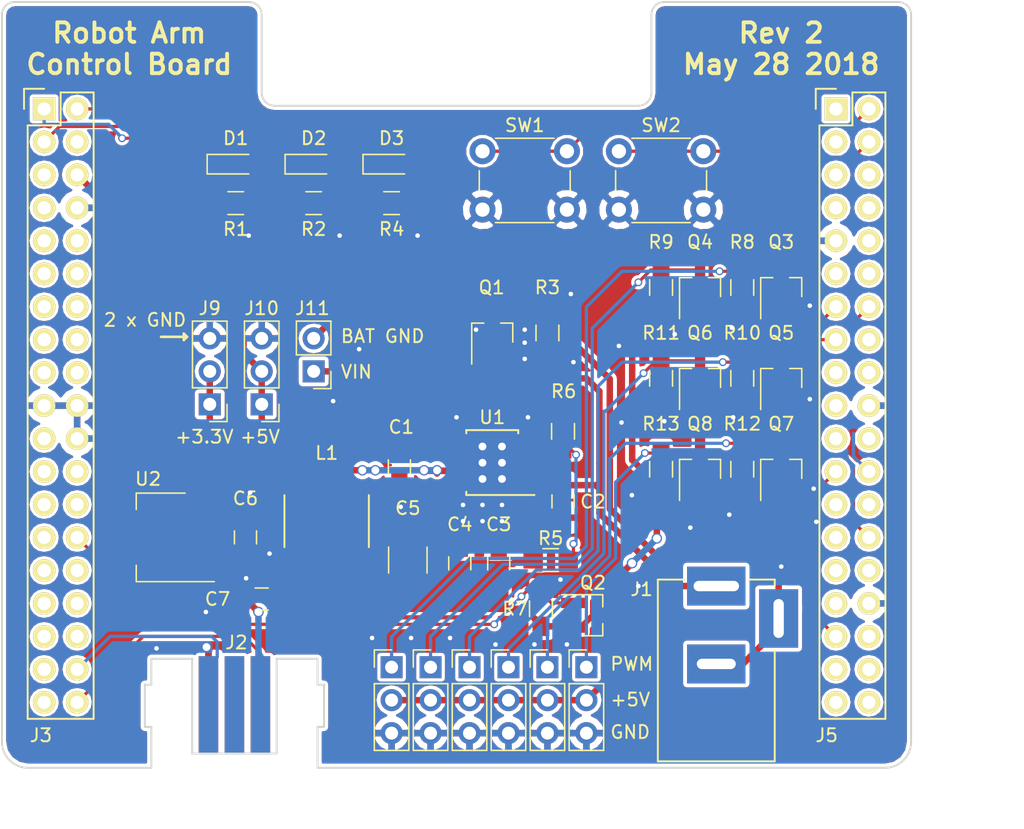
<source format=kicad_pcb>
(kicad_pcb (version 4) (host pcbnew 4.0.6)
  (layers (0 F.Cu signal hide) (31 B.Cu signal hide) (34 B.Paste user) (35 F.Paste user) (36 B.SilkS user) (37 F.SilkS user) (38 B.Mask user) (39 F.Mask user) (44 Edge.Cuts user))
  (net 0 "")
  (net 1 /VIN)
  (net 2 GND)
  (net 3 +5V)
  (net 4 +3V3)
  (net 5 "Net-(D1-Pad1)")
  (net 6 /LED1)
  (net 7 "Net-(D2-Pad1)")
  (net 8 /LED2)
  (net 9 "Net-(D3-Pad1)")
  (net 10 /LED3)
  (net 11 /BAT_GND)
  (net 12 /I2C_SCL)
  (net 13 /I2C_SDA)
  (net 14 /SWITCH1)
  (net 15 /SWITCH2)
  (net 16 "Net-(L1-Pad2)")
  (net 17 /POW_EN)
  (net 18 /PA_6)
  (net 19 /PA_7)
  (net 20 "Net-(J6-Pad1)")
  (net 21 "Net-(J7-Pad1)")
  (net 22 "Net-(J8-Pad1)")
  (net 23 "Net-(J12-Pad1)")
  (net 24 "Net-(J13-Pad1)")
  (net 25 "Net-(J14-Pad1)")
  (net 26 /SERVO_5V)
  (net 27 "Net-(R5-Pad1)")
  (net 28 "Net-(J2-Pad3)")
  (net 29 "Net-(J2-Pad4)")
  (net 30 "Net-(J3-Pad4)")
  (net 31 "Net-(J3-Pad5)")
  (net 32 "Net-(J3-Pad7)")
  (net 33 "Net-(J3-Pad9)")
  (net 34 "Net-(J3-Pad10)")
  (net 35 "Net-(J3-Pad11)")
  (net 36 "Net-(J3-Pad12)")
  (net 37 "Net-(J3-Pad13)")
  (net 38 "Net-(J3-Pad14)")
  (net 39 "Net-(J3-Pad15)")
  (net 40 "Net-(J3-Pad16)")
  (net 41 "Net-(J3-Pad17)")
  (net 42 "Net-(J3-Pad18)")
  (net 43 "Net-(J3-Pad21)")
  (net 44 "Net-(J3-Pad23)")
  (net 45 "Net-(J3-Pad24)")
  (net 46 "Net-(J3-Pad25)")
  (net 47 "Net-(J3-Pad26)")
  (net 48 "Net-(J3-Pad27)")
  (net 49 "Net-(J3-Pad29)")
  (net 50 "Net-(J3-Pad30)")
  (net 51 "Net-(J3-Pad31)")
  (net 52 "Net-(J3-Pad32)")
  (net 53 "Net-(J3-Pad33)")
  (net 54 "Net-(J3-Pad34)")
  (net 55 "Net-(J3-Pad35)")
  (net 56 "Net-(J3-Pad37)")
  (net 57 "Net-(J5-Pad1)")
  (net 58 "Net-(J5-Pad3)")
  (net 59 "Net-(J5-Pad5)")
  (net 60 "Net-(J5-Pad6)")
  (net 61 "Net-(J5-Pad7)")
  (net 62 "Net-(J5-Pad8)")
  (net 63 "Net-(J5-Pad10)")
  (net 64 "Net-(J5-Pad11)")
  (net 65 "Net-(J5-Pad12)")
  (net 66 /PA_11)
  (net 67 "Net-(J5-Pad16)")
  (net 68 "Net-(J5-Pad17)")
  (net 69 "Net-(J5-Pad18)")
  (net 70 "Net-(J5-Pad19)")
  (net 71 "Net-(J5-Pad21)")
  (net 72 "Net-(J5-Pad22)")
  (net 73 "Net-(J5-Pad26)")
  (net 74 "Net-(J5-Pad27)")
  (net 75 "Net-(J5-Pad29)")
  (net 76 "Net-(J5-Pad30)")
  (net 77 "Net-(J5-Pad34)")
  (net 78 "Net-(J5-Pad35)")
  (net 79 "Net-(J5-Pad36)")
  (net 80 "Net-(J5-Pad37)")
  (net 81 "Net-(J5-Pad38)")
  (net 82 /PA_8)
  (net 83 "Net-(J5-Pad24)")
  (net 84 "Net-(J5-Pad25)")
  (net 85 /PB_14)
  (net 86 "Net-(J5-Pad31)")
  (net 87 /PA_10)
  (module servo_shield:VIA_0.35mm_0.55mm (layer F.Cu) (at 192.7 103.05)
    (fp_text reference "" hide)
    (fp_text value "" hide)
    (pad 1 thru_hole circle (at 0 0) (size 0.55 0.55) (drill 0.35) (layers *.Cu) (net 2 GND))
  )
  (module servo_shield:VIA_0.35mm_0.55mm (layer F.Cu) (at 155.5 93.75)
    (fp_text reference "" hide)
    (fp_text value "" hide)
    (pad 1 thru_hole circle (at 0 0) (size 0.55 0.55) (drill 0.35) (layers *.Cu) (net 2 GND))
  )
  (module servo_shield:NUNCHUCK_CONNECTOR (layer F.Cu) (at 147.9 120.9 270)
    (fp_text reference J2 (at -8.55 -0.15 360) (layer F.SilkS))
    (fp_text value NUNCHUCK_CONN)
    (pad 3 smd rect (at -3.75 0 270) (size 7.5 1.5) (layers B.Cu B.Mask) (net 28 "Net-(J2-Pad3)"))
    (pad 1 smd rect (at -3.75 -2 270) (size 7.5 1.5) (layers B.Cu B.Mask) (net 4 +3V3))
    (pad 6 smd rect (at -3.75 2 270) (size 7.5 1.5) (layers F.Cu F.Mask) (net 2 GND))
    (pad 5 smd rect (at -3.75 2 270) (size 7.5 1.5) (layers B.Cu B.Mask) (net 13 /I2C_SDA))
    (pad 4 smd rect (at -3.75 0 270) (size 7.5 1.5) (layers F.Cu F.Mask) (net 29 "Net-(J2-Pad4)"))
    (pad 2 smd rect (at -3.75 -2 270) (size 7.5 1.5) (layers F.Cu F.Mask) (net 12 /I2C_SCL))
  )
  (module servo_shield:VIA_0.35mm_0.55mm (layer F.Cu) (at 162 81)
    (fp_text reference "" hide)
    (fp_text value "" hide)
    (pad 1 thru_hole circle (at 0 0) (size 0.55 0.55) (drill 0.35) (layers *.Cu) (net 2 GND))
  )
  (module servo_shield:VIA_0.35mm_0.55mm (layer F.Cu) (at 156 81)
    (fp_text reference "" hide)
    (fp_text value "" hide)
    (pad 1 thru_hole circle (at 0 0) (size 0.55 0.55) (drill 0.35) (layers *.Cu) (net 2 GND))
  )
  (module servo_shield:VIA_0.35mm_0.55mm (layer F.Cu) (at 149 81)
    (fp_text reference "" hide)
    (fp_text value "" hide)
    (pad 1 thru_hole circle (at 0 0) (size 0.55 0.55) (drill 0.35) (layers *.Cu) (net 2 GND))
  )
  (module servo_shield:VIA_0.35mm_0.55mm (layer F.Cu) (at 173.8 85.5)
    (fp_text reference "" hide)
    (fp_text value "" hide)
    (pad 1 thru_hole circle (at 0 0) (size 0.55 0.55) (drill 0.35) (layers *.Cu) (net 2 GND))
  )
  (module servo_shield:VIA_0.35mm_0.55mm (layer F.Cu) (at 177.5 89.5)
    (fp_text reference "" hide)
    (fp_text value "" hide)
    (pad 1 thru_hole circle (at 0 0) (size 0.55 0.55) (drill 0.35) (layers *.Cu) (net 2 GND))
  )
  (module servo_shield:VIA_0.35mm_0.55mm (layer F.Cu) (at 177.7 95.4)
    (fp_text reference "" hide)
    (fp_text value "" hide)
    (pad 1 thru_hole circle (at 0 0) (size 0.55 0.55) (drill 0.35) (layers *.Cu) (net 2 GND))
  )
  (module servo_shield:VIA_0.35mm_0.55mm (layer F.Cu) (at 192.2 93.6)
    (fp_text reference "" hide)
    (fp_text value "" hide)
    (pad 1 thru_hole circle (at 0 0) (size 0.55 0.55) (drill 0.35) (layers *.Cu) (net 2 GND))
  )
  (module servo_shield:VIA_0.35mm_0.55mm (layer F.Cu) (at 192.2 86.4)
    (fp_text reference "" hide)
    (fp_text value "" hide)
    (pad 1 thru_hole circle (at 0 0) (size 0.55 0.55) (drill 0.35) (layers *.Cu) (net 2 GND))
  )
  (module servo_shield:VIA_0.35mm_0.55mm (layer F.Cu) (at 186.2 88.1)
    (fp_text reference "" hide)
    (fp_text value "" hide)
    (pad 1 thru_hole circle (at 0 0) (size 0.55 0.55) (drill 0.35) (layers *.Cu) (net 2 GND))
  )
  (module servo_shield:VIA_0.35mm_0.55mm (layer F.Cu) (at 186.3 95)
    (fp_text reference "" hide)
    (fp_text value "" hide)
    (pad 1 thru_hole circle (at 0 0) (size 0.55 0.55) (drill 0.35) (layers *.Cu) (net 2 GND))
  )
  (module servo_shield:VIA_0.35mm_0.55mm (layer F.Cu) (at 181.8 88.6)
    (fp_text reference "" hide)
    (fp_text value "" hide)
    (pad 1 thru_hole circle (at 0 0) (size 0.55 0.55) (drill 0.35) (layers *.Cu) (net 2 GND))
  )
  (module servo_shield:VIA_0.35mm_0.55mm (layer F.Cu) (at 181 95.3)
    (fp_text reference "" hide)
    (fp_text value "" hide)
    (pad 1 thru_hole circle (at 0 0) (size 0.55 0.55) (drill 0.35) (layers *.Cu) (net 2 GND))
  )
  (module servo_shield:VIA_0.35mm_0.55mm (layer F.Cu) (at 160.7 101.9)
    (fp_text reference "" hide)
    (fp_text value "" hide)
    (pad 1 thru_hole circle (at 0 0) (size 0.55 0.55) (drill 0.35) (layers *.Cu) (net 2 GND))
  )
  (module servo_shield:VIA_0.35mm_0.55mm (layer F.Cu) (at 157.5 89.75)
    (fp_text reference "" hide)
    (fp_text value "" hide)
    (pad 1 thru_hole circle (at 0 0) (size 0.55 0.55) (drill 0.35) (layers *.Cu) (net 2 GND))
  )
  (module servo_shield:VIA_0.35mm_0.55mm (layer F.Cu) (at 149.1 100.8)
    (fp_text reference "" hide)
    (fp_text value "" hide)
    (pad 1 thru_hole circle (at 0 0) (size 0.55 0.55) (drill 0.35) (layers *.Cu) (net 2 GND))
  )
  (module servo_shield:VIA_0.35mm_0.55mm (layer F.Cu) (at 150.6 105.5)
    (fp_text reference "" hide)
    (fp_text value "" hide)
    (pad 1 thru_hole circle (at 0 0) (size 0.55 0.55) (drill 0.35) (layers *.Cu) (net 2 GND))
  )
  (module servo_shield:VIA_0.35mm_0.55mm (layer F.Cu) (at 148.8 107.4)
    (fp_text reference "" hide)
    (fp_text value "" hide)
    (pad 1 thru_hole circle (at 0 0) (size 0.55 0.55) (drill 0.35) (layers *.Cu) (net 2 GND))
  )
  (module servo_shield:VIA_0.35mm_0.55mm (layer F.Cu) (at 145.7 110)
    (fp_text reference "" hide)
    (fp_text value "" hide)
    (pad 1 thru_hole circle (at 0 0) (size 0.55 0.55) (drill 0.35) (layers *.Cu) (net 2 GND))
  )
  (module servo_shield:VIA_0.35mm_0.55mm (layer F.Cu) (at 141.9 112.8)
    (fp_text reference "" hide)
    (fp_text value "" hide)
    (pad 1 thru_hole circle (at 0 0) (size 0.55 0.55) (drill 0.35) (layers *.Cu) (net 2 GND))
  )
  (module servo_shield:VIA_0.35mm_0.55mm (layer F.Cu) (at 173 107.5)
    (fp_text reference "" hide)
    (fp_text value "" hide)
    (pad 1 thru_hole circle (at 0 0) (size 0.55 0.55) (drill 0.35) (layers *.Cu) (net 2 GND))
  )
  (module servo_shield:VIA_0.35mm_0.55mm (layer F.Cu) (at 158.5 112)
    (fp_text reference "" hide)
    (fp_text value "" hide)
    (pad 1 thru_hole circle (at 0 0) (size 0.55 0.55) (drill 0.35) (layers *.Cu) (net 2 GND))
  )
  (module servo_shield:VIA_0.35mm_0.55mm (layer F.Cu) (at 161.5 112)
    (fp_text reference "" hide)
    (fp_text value "" hide)
    (pad 1 thru_hole circle (at 0 0) (size 0.55 0.55) (drill 0.35) (layers *.Cu) (net 2 GND))
  )
  (module servo_shield:VIA_0.35mm_0.55mm (layer F.Cu) (at 164.5 112)
    (fp_text reference "" hide)
    (fp_text value "" hide)
    (pad 1 thru_hole circle (at 0 0) (size 0.55 0.55) (drill 0.35) (layers *.Cu) (net 2 GND))
  )
  (module servo_shield:VIA_0.35mm_0.55mm (layer F.Cu) (at 168 112.5)
    (fp_text reference "" hide)
    (fp_text value "" hide)
    (pad 1 thru_hole circle (at 0 0) (size 0.55 0.55) (drill 0.35) (layers *.Cu) (net 2 GND))
  )
  (module servo_shield:VIA_0.35mm_0.55mm (layer F.Cu) (at 171 112.5)
    (fp_text reference "" hide)
    (fp_text value "" hide)
    (pad 1 thru_hole circle (at 0 0) (size 0.55 0.55) (drill 0.35) (layers *.Cu) (net 2 GND))
  )
  (module servo_shield:VIA_0.35mm_0.55mm (layer F.Cu) (at 173.5 112.5)
    (fp_text reference "" hide)
    (fp_text value "" hide)
    (pad 1 thru_hole circle (at 0 0) (size 0.55 0.55) (drill 0.35) (layers *.Cu) (net 2 GND))
  )
  (module servo_shield:VIA_0.35mm_0.55mm (layer F.Cu) (at 179 108)
    (fp_text reference "" hide)
    (fp_text value "" hide)
    (pad 1 thru_hole circle (at 0 0) (size 0.55 0.55) (drill 0.35) (layers *.Cu) (net 2 GND))
  )
  (module servo_shield:VIA_0.35mm_0.55mm (layer F.Cu) (at 190 106.5)
    (fp_text reference "" hide)
    (fp_text value "" hide)
    (pad 1 thru_hole circle (at 0 0) (size 0.55 0.55) (drill 0.35) (layers *.Cu) (net 2 GND))
  )
  (module servo_shield:VIA_0.35mm_0.55mm (layer F.Cu) (at 192.5 100.5)
    (fp_text reference "" hide)
    (fp_text value "" hide)
    (pad 1 thru_hole circle (at 0 0) (size 0.55 0.55) (drill 0.35) (layers *.Cu) (net 2 GND))
  )
  (module servo_shield:VIA_0.35mm_0.55mm (layer F.Cu) (at 186 102.5)
    (fp_text reference "" hide)
    (fp_text value "" hide)
    (pad 1 thru_hole circle (at 0 0) (size 0.55 0.55) (drill 0.35) (layers *.Cu) (net 2 GND))
  )
  (module servo_shield:VIA_0.35mm_0.55mm (layer F.Cu) (at 178.5 101)
    (fp_text reference "" hide)
    (fp_text value "" hide)
    (pad 1 thru_hole circle (at 0 0) (size 0.55 0.55) (drill 0.35) (layers *.Cu) (net 2 GND))
  )
  (module servo_shield:VIA_0.35mm_0.55mm (layer F.Cu) (at 183 103.5)
    (fp_text reference "" hide)
    (fp_text value "" hide)
    (pad 1 thru_hole circle (at 0 0) (size 0.55 0.55) (drill 0.35) (layers *.Cu) (net 2 GND))
  )
  (module servo_shield:VIA_0.35mm_0.55mm (layer F.Cu) (at 165.5 101.75)
    (fp_text reference "" hide)
    (fp_text value "" hide)
    (pad 1 thru_hole circle (at 0 0) (size 0.55 0.55) (drill 0.35) (layers *.Cu) (net 2 GND))
  )
  (module servo_shield:VIA_0.35mm_0.55mm (layer F.Cu) (at 165.5 103)
    (fp_text reference "" hide)
    (fp_text value "" hide)
    (pad 1 thru_hole circle (at 0 0) (size 0.55 0.55) (drill 0.35) (layers *.Cu) (net 2 GND))
  )
  (module servo_shield:VIA_0.35mm_0.55mm (layer F.Cu) (at 167 103)
    (fp_text reference "" hide)
    (fp_text value "" hide)
    (pad 1 thru_hole circle (at 0 0) (size 0.55 0.55) (drill 0.35) (layers *.Cu) (net 2 GND))
  )
  (module servo_shield:VIA_0.35mm_0.55mm (layer F.Cu) (at 168.5 103)
    (fp_text reference "" hide)
    (fp_text value "" hide)
    (pad 1 thru_hole circle (at 0 0) (size 0.55 0.55) (drill 0.35) (layers *.Cu) (net 2 GND))
  )
  (module servo_shield:VIA_0.35mm_0.55mm (layer F.Cu) (at 168.5 101.75)
    (fp_text reference "" hide)
    (fp_text value "" hide)
    (pad 1 thru_hole circle (at 0 0) (size 0.55 0.55) (drill 0.35) (layers *.Cu) (net 2 GND))
  )
  (module servo_shield:VIA_0.35mm_0.55mm (layer F.Cu) (at 167 101.75)
    (fp_text reference "" hide)
    (fp_text value "" hide)
    (pad 1 thru_hole circle (at 0 0) (size 0.55 0.55) (drill 0.35) (layers *.Cu) (net 2 GND))
  )
  (module servo_shield:VIA_0.35mm_0.55mm (layer F.Cu) (at 165 95)
    (fp_text reference "" hide)
    (fp_text value "" hide)
    (pad 1 thru_hole circle (at 0 0) (size 0.55 0.55) (drill 0.35) (layers *.Cu) (net 2 GND))
  )
  (module servo_shield:VIA_0.35mm_0.55mm (layer F.Cu) (at 170.5 95)
    (fp_text reference "" hide)
    (fp_text value "" hide)
    (pad 1 thru_hole circle (at 0 0) (size 0.55 0.55) (drill 0.35) (layers *.Cu) (net 2 GND))
  )
  (module servo_shield:VIA_0.35mm_0.55mm (layer F.Cu) (at 170.25 88.25)
    (fp_text reference "" hide)
    (fp_text value "" hide)
    (pad 1 thru_hole circle (at 0 0) (size 0.55 0.55) (drill 0.35) (layers *.Cu) (net 2 GND))
  )
  (module servo_shield:VIA_0.35mm_0.55mm (layer F.Cu) (at 166.5 88.25)
    (fp_text reference "" hide)
    (fp_text value "" hide)
    (pad 1 thru_hole circle (at 0 0) (size 0.55 0.55) (drill 0.35) (layers *.Cu) (net 2 GND))
  )
  (module servo_shield:VIA_0.35mm_0.55mm (layer F.Cu) (at 174 90.75)
    (fp_text reference "" hide)
    (fp_text value "" hide)
    (pad 1 thru_hole circle (at 0 0) (size 0.55 0.55) (drill 0.35) (layers *.Cu) (net 2 GND))
  )
  (module servo_shield:VIA_0.35mm_0.55mm (layer F.Cu) (at 170.25 89.25)
    (fp_text reference "" hide)
    (fp_text value "" hide)
    (pad 1 thru_hole circle (at 0 0) (size 0.55 0.55) (drill 0.35) (layers *.Cu) (net 2 GND))
  )
  (module Pin_Headers:Pin_Header_Straight_2x19 (layer F.Cu) (at 133.25 71.24)
    (fp_text reference J3 (at -0.25 48.26) (layer F.SilkS))
    (fp_text value CONN_02X19)
    (pad 1 thru_hole rect (at 0 0) (size 1.7272 1.7272) (drill 1.016) (layers *.Cu *.Mask F.SilkS) (net 6 /LED1))
    (pad 2 thru_hole oval (at 2.54 0) (size 1.7272 1.7272) (drill 1.016) (layers *.Cu *.Mask F.SilkS) (net 10 /LED3))
    (pad 3 thru_hole oval (at 0 2.54) (size 1.7272 1.7272) (drill 1.016) (layers *.Cu *.Mask F.SilkS) (net 8 /LED2))
    (pad 4 thru_hole oval (at 2.54 2.54) (size 1.7272 1.7272) (drill 1.016) (layers *.Cu *.Mask F.SilkS) (net 30 "Net-(J3-Pad4)"))
    (pad 5 thru_hole oval (at 0 5.08) (size 1.7272 1.7272) (drill 1.016) (layers *.Cu *.Mask F.SilkS) (net 31 "Net-(J3-Pad5)"))
    (pad 6 thru_hole oval (at 2.54 5.08) (size 1.7272 1.7272) (drill 1.016) (layers *.Cu *.Mask F.SilkS) (net 3 +5V))
    (pad 7 thru_hole oval (at 0 7.62) (size 1.7272 1.7272) (drill 1.016) (layers *.Cu *.Mask F.SilkS) (net 32 "Net-(J3-Pad7)"))
    (pad 8 thru_hole oval (at 2.54 7.62) (size 1.7272 1.7272) (drill 1.016) (layers *.Cu *.Mask F.SilkS) (net 2 GND))
    (pad 9 thru_hole oval (at 0 10.16) (size 1.7272 1.7272) (drill 1.016) (layers *.Cu *.Mask F.SilkS) (net 33 "Net-(J3-Pad9)"))
    (pad 10 thru_hole oval (at 2.54 10.16) (size 1.7272 1.7272) (drill 1.016) (layers *.Cu *.Mask F.SilkS) (net 34 "Net-(J3-Pad10)"))
    (pad 11 thru_hole oval (at 0 12.7) (size 1.7272 1.7272) (drill 1.016) (layers *.Cu *.Mask F.SilkS) (net 35 "Net-(J3-Pad11)"))
    (pad 12 thru_hole oval (at 2.54 12.7) (size 1.7272 1.7272) (drill 1.016) (layers *.Cu *.Mask F.SilkS) (net 36 "Net-(J3-Pad12)"))
    (pad 13 thru_hole oval (at 0 15.24) (size 1.7272 1.7272) (drill 1.016) (layers *.Cu *.Mask F.SilkS) (net 37 "Net-(J3-Pad13)"))
    (pad 14 thru_hole oval (at 2.54 15.24) (size 1.7272 1.7272) (drill 1.016) (layers *.Cu *.Mask F.SilkS) (net 38 "Net-(J3-Pad14)"))
    (pad 15 thru_hole oval (at 0 17.78) (size 1.7272 1.7272) (drill 1.016) (layers *.Cu *.Mask F.SilkS) (net 39 "Net-(J3-Pad15)"))
    (pad 16 thru_hole oval (at 2.54 17.78) (size 1.7272 1.7272) (drill 1.016) (layers *.Cu *.Mask F.SilkS) (net 40 "Net-(J3-Pad16)"))
    (pad 17 thru_hole oval (at 0 20.32) (size 1.7272 1.7272) (drill 1.016) (layers *.Cu *.Mask F.SilkS) (net 41 "Net-(J3-Pad17)"))
    (pad 18 thru_hole oval (at 2.54 20.32) (size 1.7272 1.7272) (drill 1.016) (layers *.Cu *.Mask F.SilkS) (net 42 "Net-(J3-Pad18)"))
    (pad 19 thru_hole oval (at 0 22.86) (size 1.7272 1.7272) (drill 1.016) (layers *.Cu *.Mask F.SilkS) (net 2 GND))
    (pad 20 thru_hole oval (at 2.54 22.86) (size 1.7272 1.7272) (drill 1.016) (layers *.Cu *.Mask F.SilkS) (net 2 GND))
    (pad 21 thru_hole oval (at 0 25.4) (size 1.7272 1.7272) (drill 1.016) (layers *.Cu *.Mask F.SilkS) (net 43 "Net-(J3-Pad21)"))
    (pad 22 thru_hole oval (at 2.54 25.4) (size 1.7272 1.7272) (drill 1.016) (layers *.Cu *.Mask F.SilkS) (net 2 GND))
    (pad 23 thru_hole oval (at 0 27.94) (size 1.7272 1.7272) (drill 1.016) (layers *.Cu *.Mask F.SilkS) (net 44 "Net-(J3-Pad23)"))
    (pad 24 thru_hole oval (at 2.54 27.94) (size 1.7272 1.7272) (drill 1.016) (layers *.Cu *.Mask F.SilkS) (net 45 "Net-(J3-Pad24)"))
    (pad 25 thru_hole oval (at 0 30.48) (size 1.7272 1.7272) (drill 1.016) (layers *.Cu *.Mask F.SilkS) (net 46 "Net-(J3-Pad25)"))
    (pad 26 thru_hole oval (at 2.54 30.48) (size 1.7272 1.7272) (drill 1.016) (layers *.Cu *.Mask F.SilkS) (net 47 "Net-(J3-Pad26)"))
    (pad 27 thru_hole oval (at 0 33.02) (size 1.7272 1.7272) (drill 1.016) (layers *.Cu *.Mask F.SilkS) (net 48 "Net-(J3-Pad27)"))
    (pad 28 thru_hole oval (at 2.54 33.02) (size 1.7272 1.7272) (drill 1.016) (layers *.Cu *.Mask F.SilkS) (net 17 /POW_EN))
    (pad 29 thru_hole oval (at 0 35.56) (size 1.7272 1.7272) (drill 1.016) (layers *.Cu *.Mask F.SilkS) (net 49 "Net-(J3-Pad29)"))
    (pad 30 thru_hole oval (at 2.54 35.56) (size 1.7272 1.7272) (drill 1.016) (layers *.Cu *.Mask F.SilkS) (net 50 "Net-(J3-Pad30)"))
    (pad 31 thru_hole oval (at 0 38.1) (size 1.7272 1.7272) (drill 1.016) (layers *.Cu *.Mask F.SilkS) (net 51 "Net-(J3-Pad31)"))
    (pad 32 thru_hole oval (at 2.54 38.1) (size 1.7272 1.7272) (drill 1.016) (layers *.Cu *.Mask F.SilkS) (net 52 "Net-(J3-Pad32)"))
    (pad 33 thru_hole oval (at 0 40.64) (size 1.7272 1.7272) (drill 1.016) (layers *.Cu *.Mask F.SilkS) (net 53 "Net-(J3-Pad33)"))
    (pad 34 thru_hole oval (at 2.54 40.64) (size 1.7272 1.7272) (drill 1.016) (layers *.Cu *.Mask F.SilkS) (net 54 "Net-(J3-Pad34)"))
    (pad 35 thru_hole oval (at 0 43.18) (size 1.7272 1.7272) (drill 1.016) (layers *.Cu *.Mask F.SilkS) (net 55 "Net-(J3-Pad35)"))
    (pad 36 thru_hole oval (at 2.54 43.18) (size 1.7272 1.7272) (drill 1.016) (layers *.Cu *.Mask F.SilkS) (net 13 /I2C_SDA))
    (pad 37 thru_hole oval (at 0 45.72) (size 1.7272 1.7272) (drill 1.016) (layers *.Cu *.Mask F.SilkS) (net 56 "Net-(J3-Pad37)"))
    (pad 38 thru_hole oval (at 2.54 45.72) (size 1.7272 1.7272) (drill 1.016) (layers *.Cu *.Mask F.SilkS) (net 12 /I2C_SCL))
  )
  (module Pin_Headers:Pin_Header_Straight_2x19 (layer F.Cu) (at 194.21 71.24)
    (fp_text reference J5 (at -0.71 48.26 180) (layer F.SilkS))
    (fp_text value CONN_02X19)
    (pad 1 thru_hole rect (at 0 0) (size 1.7272 1.7272) (drill 1.016) (layers *.Cu *.Mask F.SilkS) (net 57 "Net-(J5-Pad1)"))
    (pad 2 thru_hole oval (at 2.54 0) (size 1.7272 1.7272) (drill 1.016) (layers *.Cu *.Mask F.SilkS) (net 14 /SWITCH1))
    (pad 3 thru_hole oval (at 0 2.54) (size 1.7272 1.7272) (drill 1.016) (layers *.Cu *.Mask F.SilkS) (net 58 "Net-(J5-Pad3)"))
    (pad 4 thru_hole oval (at 2.54 2.54) (size 1.7272 1.7272) (drill 1.016) (layers *.Cu *.Mask F.SilkS) (net 15 /SWITCH2))
    (pad 5 thru_hole oval (at 0 5.08) (size 1.7272 1.7272) (drill 1.016) (layers *.Cu *.Mask F.SilkS) (net 59 "Net-(J5-Pad5)"))
    (pad 6 thru_hole oval (at 2.54 5.08) (size 1.7272 1.7272) (drill 1.016) (layers *.Cu *.Mask F.SilkS) (net 60 "Net-(J5-Pad6)"))
    (pad 7 thru_hole oval (at 0 7.62) (size 1.7272 1.7272) (drill 1.016) (layers *.Cu *.Mask F.SilkS) (net 61 "Net-(J5-Pad7)"))
    (pad 8 thru_hole oval (at 2.54 7.62) (size 1.7272 1.7272) (drill 1.016) (layers *.Cu *.Mask F.SilkS) (net 62 "Net-(J5-Pad8)"))
    (pad 9 thru_hole oval (at 0 10.16) (size 1.7272 1.7272) (drill 1.016) (layers *.Cu *.Mask F.SilkS) (net 2 GND))
    (pad 10 thru_hole oval (at 2.54 10.16) (size 1.7272 1.7272) (drill 1.016) (layers *.Cu *.Mask F.SilkS) (net 63 "Net-(J5-Pad10)"))
    (pad 11 thru_hole oval (at 0 12.7) (size 1.7272 1.7272) (drill 1.016) (layers *.Cu *.Mask F.SilkS) (net 64 "Net-(J5-Pad11)"))
    (pad 12 thru_hole oval (at 2.54 12.7) (size 1.7272 1.7272) (drill 1.016) (layers *.Cu *.Mask F.SilkS) (net 65 "Net-(J5-Pad12)"))
    (pad 13 thru_hole oval (at 0 15.24) (size 1.7272 1.7272) (drill 1.016) (layers *.Cu *.Mask F.SilkS) (net 18 /PA_6))
    (pad 14 thru_hole oval (at 2.54 15.24) (size 1.7272 1.7272) (drill 1.016) (layers *.Cu *.Mask F.SilkS) (net 66 /PA_11))
    (pad 15 thru_hole oval (at 0 17.78) (size 1.7272 1.7272) (drill 1.016) (layers *.Cu *.Mask F.SilkS) (net 19 /PA_7))
    (pad 16 thru_hole oval (at 2.54 17.78) (size 1.7272 1.7272) (drill 1.016) (layers *.Cu *.Mask F.SilkS) (net 67 "Net-(J5-Pad16)"))
    (pad 17 thru_hole oval (at 0 20.32) (size 1.7272 1.7272) (drill 1.016) (layers *.Cu *.Mask F.SilkS) (net 68 "Net-(J5-Pad17)"))
    (pad 18 thru_hole oval (at 2.54 20.32) (size 1.7272 1.7272) (drill 1.016) (layers *.Cu *.Mask F.SilkS) (net 69 "Net-(J5-Pad18)"))
    (pad 19 thru_hole oval (at 0 22.86) (size 1.7272 1.7272) (drill 1.016) (layers *.Cu *.Mask F.SilkS) (net 70 "Net-(J5-Pad19)"))
    (pad 20 thru_hole oval (at 2.54 22.86) (size 1.7272 1.7272) (drill 1.016) (layers *.Cu *.Mask F.SilkS) (net 2 GND))
    (pad 21 thru_hole oval (at 0 25.4) (size 1.7272 1.7272) (drill 1.016) (layers *.Cu *.Mask F.SilkS) (net 71 "Net-(J5-Pad21)"))
    (pad 22 thru_hole oval (at 2.54 25.4) (size 1.7272 1.7272) (drill 1.016) (layers *.Cu *.Mask F.SilkS) (net 72 "Net-(J5-Pad22)"))
    (pad 23 thru_hole oval (at 0 27.94) (size 1.7272 1.7272) (drill 1.016) (layers *.Cu *.Mask F.SilkS) (net 82 /PA_8))
    (pad 24 thru_hole oval (at 2.54 27.94) (size 1.7272 1.7272) (drill 1.016) (layers *.Cu *.Mask F.SilkS) (net 83 "Net-(J5-Pad24)"))
    (pad 25 thru_hole oval (at 0 30.48) (size 1.7272 1.7272) (drill 1.016) (layers *.Cu *.Mask F.SilkS) (net 84 "Net-(J5-Pad25)"))
    (pad 26 thru_hole oval (at 2.54 30.48) (size 1.7272 1.7272) (drill 1.016) (layers *.Cu *.Mask F.SilkS) (net 73 "Net-(J5-Pad26)"))
    (pad 27 thru_hole oval (at 0 33.02) (size 1.7272 1.7272) (drill 1.016) (layers *.Cu *.Mask F.SilkS) (net 74 "Net-(J5-Pad27)"))
    (pad 28 thru_hole oval (at 2.54 33.02) (size 1.7272 1.7272) (drill 1.016) (layers *.Cu *.Mask F.SilkS) (net 85 /PB_14))
    (pad 29 thru_hole oval (at 0 35.56) (size 1.7272 1.7272) (drill 1.016) (layers *.Cu *.Mask F.SilkS) (net 75 "Net-(J5-Pad29)"))
    (pad 30 thru_hole oval (at 2.54 35.56) (size 1.7272 1.7272) (drill 1.016) (layers *.Cu *.Mask F.SilkS) (net 76 "Net-(J5-Pad30)"))
    (pad 31 thru_hole oval (at 0 38.1) (size 1.7272 1.7272) (drill 1.016) (layers *.Cu *.Mask F.SilkS) (net 86 "Net-(J5-Pad31)"))
    (pad 32 thru_hole oval (at 2.54 38.1) (size 1.7272 1.7272) (drill 1.016) (layers *.Cu *.Mask F.SilkS) (net 2 GND))
    (pad 33 thru_hole oval (at 0 40.64) (size 1.7272 1.7272) (drill 1.016) (layers *.Cu *.Mask F.SilkS) (net 87 /PA_10))
    (pad 34 thru_hole oval (at 2.54 40.64) (size 1.7272 1.7272) (drill 1.016) (layers *.Cu *.Mask F.SilkS) (net 77 "Net-(J5-Pad34)"))
    (pad 35 thru_hole oval (at 0 43.18) (size 1.7272 1.7272) (drill 1.016) (layers *.Cu *.Mask F.SilkS) (net 78 "Net-(J5-Pad35)"))
    (pad 36 thru_hole oval (at 2.54 43.18) (size 1.7272 1.7272) (drill 1.016) (layers *.Cu *.Mask F.SilkS) (net 79 "Net-(J5-Pad36)"))
    (pad 37 thru_hole oval (at 0 45.72) (size 1.7272 1.7272) (drill 1.016) (layers *.Cu *.Mask F.SilkS) (net 80 "Net-(J5-Pad37)"))
    (pad 38 thru_hole oval (at 2.54 45.72) (size 1.7272 1.7272) (drill 1.016) (layers *.Cu *.Mask F.SilkS) (net 81 "Net-(J5-Pad38)"))
  )
  (module Capacitors_SMD:C_0805_HandSoldering (layer F.Cu) (at 160.6 98.78 270)
    (fp_text reference C1 (at -3.03 -0.15 360) (layer F.SilkS))
    (fp_text value 10u)
    (pad 1 smd rect (at -1.25 0 270) (size 1.5 1.25) (layers F.Cu F.Paste F.Mask) (net 1 /VIN))
    (pad 2 smd rect (at 1.25 0 270) (size 1.5 1.25) (layers F.Cu F.Paste F.Mask) (net 2 GND))
  )
  (module Capacitors_SMD:C_0805_HandSoldering (layer F.Cu) (at 173.2 101.48 270)
    (fp_text reference C2 (at 0.02 -2.3 360) (layer F.SilkS))
    (fp_text value 100n)
    (pad 1 smd rect (at -1.25 0 270) (size 1.5 1.25) (layers F.Cu F.Paste F.Mask) (net 1 /VIN))
    (pad 2 smd rect (at 1.25 0 270) (size 1.5 1.25) (layers F.Cu F.Paste F.Mask) (net 2 GND))
  )
  (module Capacitors_SMD:C_0805_HandSoldering (layer F.Cu) (at 168.25 106.25 90)
    (fp_text reference C3 (at 3 0 180) (layer F.SilkS))
    (fp_text value 22u)
    (pad 1 smd rect (at -1.25 0 90) (size 1.5 1.25) (layers F.Cu F.Paste F.Mask) (net 3 +5V))
    (pad 2 smd rect (at 1.25 0 90) (size 1.5 1.25) (layers F.Cu F.Paste F.Mask) (net 2 GND))
  )
  (module Capacitors_SMD:C_0805_HandSoldering (layer F.Cu) (at 165.25 106.25 90)
    (fp_text reference C4 (at 3 0 180) (layer F.SilkS))
    (fp_text value DNI)
    (pad 1 smd rect (at -1.25 0 90) (size 1.5 1.25) (layers F.Cu F.Paste F.Mask) (net 3 +5V))
    (pad 2 smd rect (at 1.25 0 90) (size 1.5 1.25) (layers F.Cu F.Paste F.Mask) (net 2 GND))
  )
  (module Capacitors_SMD:C_1210_HandSoldering (layer F.Cu) (at 161.25 106 90)
    (fp_text reference C5 (at 4 0 180) (layer F.SilkS))
    (fp_text value DNI)
    (pad 1 smd rect (at -2 0 90) (size 2 2.5) (layers F.Cu F.Paste F.Mask) (net 3 +5V))
    (pad 2 smd rect (at 2 0 90) (size 2 2.5) (layers F.Cu F.Paste F.Mask) (net 2 GND))
  )
  (module Capacitors_SMD:C_0805_HandSoldering (layer F.Cu) (at 148.75 104.25 270)
    (fp_text reference C6 (at -3 0 360) (layer F.SilkS))
    (fp_text value 100n)
    (pad 1 smd rect (at -1.25 0 270) (size 1.5 1.25) (layers F.Cu F.Paste F.Mask) (net 3 +5V))
    (pad 2 smd rect (at 1.25 0 270) (size 1.5 1.25) (layers F.Cu F.Paste F.Mask) (net 2 GND))
  )
  (module Capacitors_SMD:C_0805_HandSoldering (layer F.Cu) (at 150 109)
    (fp_text reference C7 (at -3.4 0) (layer F.SilkS))
    (fp_text value 10u)
    (pad 1 smd rect (at -1.25 0) (size 1.5 1.25) (layers F.Cu F.Paste F.Mask) (net 4 +3V3))
    (pad 2 smd rect (at 1.25 0) (size 1.5 1.25) (layers F.Cu F.Paste F.Mask) (net 2 GND))
  )
  (module LEDs:LED_0805_HandSoldering (layer F.Cu) (at 148 75.5)
    (fp_text reference D1 (at 0 -2) (layer F.SilkS))
    (fp_text value LED)
    (pad 1 smd rect (at -1.35 0) (size 1.5 1.3) (layers F.Cu F.Paste F.Mask) (net 5 "Net-(D1-Pad1)"))
    (pad 2 smd rect (at 1.35 0) (size 1.5 1.3) (layers F.Cu F.Paste F.Mask) (net 6 /LED1))
  )
  (module LEDs:LED_0805_HandSoldering (layer F.Cu) (at 154 75.5)
    (fp_text reference D2 (at 0 -2) (layer F.SilkS))
    (fp_text value LED)
    (pad 1 smd rect (at -1.35 0) (size 1.5 1.3) (layers F.Cu F.Paste F.Mask) (net 7 "Net-(D2-Pad1)"))
    (pad 2 smd rect (at 1.35 0) (size 1.5 1.3) (layers F.Cu F.Paste F.Mask) (net 8 /LED2))
  )
  (module LEDs:LED_0805_HandSoldering (layer F.Cu) (at 160 75.5)
    (fp_text reference D3 (at 0 -2) (layer F.SilkS))
    (fp_text value LED)
    (pad 1 smd rect (at -1.35 0) (size 1.5 1.3) (layers F.Cu F.Paste F.Mask) (net 9 "Net-(D3-Pad1)"))
    (pad 2 smd rect (at 1.35 0) (size 1.5 1.3) (layers F.Cu F.Paste F.Mask) (net 10 /LED3))
  )
  (module servo_shield:DC-5020 (layer F.Cu) (at 185 121.5 90)
    (fp_text reference J1 (at 13.25 -5.75 180) (layer F.SilkS))
    (fp_text value BARREL_JACK)
    (pad 2 thru_hole rect (at 7.5 0 90) (size 3 4.5) (drill oval 0.8 3) (layers *.Cu *.Mask) (net 11 /BAT_GND))
    (pad 1 thru_hole rect (at 13.5 0 90) (size 3 4.5) (drill oval 0.8 3.5) (layers *.Cu *.Mask) (net 1 /VIN))
    (pad 3 thru_hole rect (at 11 4.8 90) (size 4.5 3) (drill oval 3 0.8) (layers *.Cu *.Mask) (net 11 /BAT_GND))
  )
  (module Pin_Headers:Pin_Header_Straight_1x03_Pitch2.54mm (layer F.Cu) (at 160 114.25)
    (fp_text reference J6 hide)
    (fp_text value CONN_01X03)
    (pad 1 thru_hole rect (at 0 0) (size 1.7 1.7) (drill 1) (layers *.Cu *.Mask) (net 20 "Net-(J6-Pad1)"))
    (pad 2 thru_hole oval (at 0 2.54) (size 1.7 1.7) (drill 1) (layers *.Cu *.Mask) (net 26 /SERVO_5V))
    (pad 3 thru_hole oval (at 0 5.08) (size 1.7 1.7) (drill 1) (layers *.Cu *.Mask) (net 2 GND))
  )
  (module Pin_Headers:Pin_Header_Straight_1x03_Pitch2.54mm (layer F.Cu) (at 163 114.25)
    (fp_text reference J7 hide)
    (fp_text value CONN_01X03)
    (pad 1 thru_hole rect (at 0 0) (size 1.7 1.7) (drill 1) (layers *.Cu *.Mask) (net 21 "Net-(J7-Pad1)"))
    (pad 2 thru_hole oval (at 0 2.54) (size 1.7 1.7) (drill 1) (layers *.Cu *.Mask) (net 26 /SERVO_5V))
    (pad 3 thru_hole oval (at 0 5.08) (size 1.7 1.7) (drill 1) (layers *.Cu *.Mask) (net 2 GND))
  )
  (module Pin_Headers:Pin_Header_Straight_1x03_Pitch2.54mm (layer F.Cu) (at 169 114.25)
    (fp_text reference J12 hide)
    (fp_text value CONN_01X03)
    (pad 1 thru_hole rect (at 0 0) (size 1.7 1.7) (drill 1) (layers *.Cu *.Mask) (net 23 "Net-(J12-Pad1)"))
    (pad 2 thru_hole oval (at 0 2.54) (size 1.7 1.7) (drill 1) (layers *.Cu *.Mask) (net 26 /SERVO_5V))
    (pad 3 thru_hole oval (at 0 5.08) (size 1.7 1.7) (drill 1) (layers *.Cu *.Mask) (net 2 GND))
  )
  (module Pin_Headers:Pin_Header_Straight_1x03_Pitch2.54mm (layer F.Cu) (at 172 114.25)
    (fp_text reference J13 hide)
    (fp_text value CONN_01X03)
    (pad 1 thru_hole rect (at 0 0) (size 1.7 1.7) (drill 1) (layers *.Cu *.Mask) (net 24 "Net-(J13-Pad1)"))
    (pad 2 thru_hole oval (at 0 2.54) (size 1.7 1.7) (drill 1) (layers *.Cu *.Mask) (net 26 /SERVO_5V))
    (pad 3 thru_hole oval (at 0 5.08) (size 1.7 1.7) (drill 1) (layers *.Cu *.Mask) (net 2 GND))
  )
  (module servo_shield:TDK_SPM6530 (layer F.Cu) (at 155 103 90)
    (fp_text reference L1 (at 5.25 0 180) (layer F.SilkS))
    (fp_text value 4.7u)
    (pad 2 smd rect (at 2.775 0 90) (size 1.85 3.4) (layers F.Cu F.Paste F.Mask) (net 16 "Net-(L1-Pad2)"))
    (pad 1 smd rect (at -2.775 0 90) (size 1.85 3.4) (layers F.Cu F.Paste F.Mask) (net 3 +5V))
  )
  (module TO_SOT_Packages_SMD:SOT-23_Handsoldering (layer F.Cu) (at 167.75 88.5 90)
    (fp_text reference Q1 (at 3.5 -0.05 180) (layer F.SilkS))
    (fp_text value Si2312BDS)
    (pad 1 smd rect (at -1.5 -0.95 90) (size 1.9 0.8) (layers F.Cu F.Paste F.Mask) (net 1 /VIN))
    (pad 2 smd rect (at -1.5 0.95 90) (size 1.9 0.8) (layers F.Cu F.Paste F.Mask) (net 2 GND))
    (pad 3 smd rect (at 1.5 0 90) (size 1.9 0.8) (layers F.Cu F.Paste F.Mask) (net 11 /BAT_GND))
  )
  (module Resistors_SMD:R_0805_HandSoldering (layer F.Cu) (at 148 78.5 180)
    (fp_text reference R1 (at 0 -2 180) (layer F.SilkS))
    (fp_text value 220)
    (pad 1 smd rect (at -1.35 0 180) (size 1.5 1.3) (layers F.Cu F.Paste F.Mask) (net 2 GND))
    (pad 2 smd rect (at 1.35 0 180) (size 1.5 1.3) (layers F.Cu F.Paste F.Mask) (net 5 "Net-(D1-Pad1)"))
  )
  (module Resistors_SMD:R_0805_HandSoldering (layer F.Cu) (at 154 78.5 180)
    (fp_text reference R2 (at 0 -2 180) (layer F.SilkS))
    (fp_text value 220)
    (pad 1 smd rect (at -1.35 0 180) (size 1.5 1.3) (layers F.Cu F.Paste F.Mask) (net 2 GND))
    (pad 2 smd rect (at 1.35 0 180) (size 1.5 1.3) (layers F.Cu F.Paste F.Mask) (net 7 "Net-(D2-Pad1)"))
  )
  (module Resistors_SMD:R_0805_HandSoldering (layer F.Cu) (at 172.25 106 180)
    (fp_text reference R5 (at 0 1.68 180) (layer F.SilkS))
    (fp_text value 105k)
    (pad 1 smd rect (at -1.35 0 180) (size 1.5 1.3) (layers F.Cu F.Paste F.Mask) (net 27 "Net-(R5-Pad1)"))
    (pad 2 smd rect (at 1.35 0 180) (size 1.5 1.3) (layers F.Cu F.Paste F.Mask) (net 3 +5V))
  )
  (module Resistors_SMD:R_0805_HandSoldering (layer F.Cu) (at 173.2 96.08 270)
    (fp_text reference R6 (at -3.08 -0.05 360) (layer F.SilkS))
    (fp_text value 20k)
    (pad 1 smd rect (at -1.35 0 270) (size 1.5 1.3) (layers F.Cu F.Paste F.Mask) (net 2 GND))
    (pad 2 smd rect (at 1.35 0 270) (size 1.5 1.3) (layers F.Cu F.Paste F.Mask) (net 27 "Net-(R5-Pad1)"))
  )
  (module Resistors_SMD:R_0805_HandSoldering (layer F.Cu) (at 160 78.5)
    (fp_text reference R4 (at 0 2) (layer F.SilkS))
    (fp_text value 220)
    (pad 1 smd rect (at -1.35 0) (size 1.5 1.3) (layers F.Cu F.Paste F.Mask) (net 9 "Net-(D3-Pad1)"))
    (pad 2 smd rect (at 1.35 0) (size 1.5 1.3) (layers F.Cu F.Paste F.Mask) (net 2 GND))
  )
  (module Buttons_Switches_THT:SW_PUSH_6mm (layer F.Cu) (at 167 74.5)
    (fp_text reference SW1 (at 3.25 -2) (layer F.SilkS))
    (fp_text value SW_Push)
    (pad 2 thru_hole circle (at 0 4.5 90) (size 2 2) (drill 1.1) (layers *.Cu *.Mask) (net 2 GND))
    (pad 1 thru_hole circle (at 0 0 90) (size 2 2) (drill 1.1) (layers *.Cu *.Mask) (net 14 /SWITCH1))
    (pad 2 thru_hole circle (at 6.5 4.5 90) (size 2 2) (drill 1.1) (layers *.Cu *.Mask) (net 2 GND))
    (pad 1 thru_hole circle (at 6.5 0 90) (size 2 2) (drill 1.1) (layers *.Cu *.Mask) (net 14 /SWITCH1))
  )
  (module Buttons_Switches_THT:SW_PUSH_6mm (layer F.Cu) (at 177.5 74.5)
    (fp_text reference SW2 (at 3.25 -2) (layer F.SilkS))
    (fp_text value SW_Push)
    (pad 2 thru_hole circle (at 0 4.5 90) (size 2 2) (drill 1.1) (layers *.Cu *.Mask) (net 2 GND))
    (pad 1 thru_hole circle (at 0 0 90) (size 2 2) (drill 1.1) (layers *.Cu *.Mask) (net 15 /SWITCH2))
    (pad 2 thru_hole circle (at 6.5 4.5 90) (size 2 2) (drill 1.1) (layers *.Cu *.Mask) (net 2 GND))
    (pad 1 thru_hole circle (at 6.5 0 90) (size 2 2) (drill 1.1) (layers *.Cu *.Mask) (net 15 /SWITCH2))
  )
  (module TO_SOT_Packages_SMD:SOT-223 (layer F.Cu) (at 142.25 104.25 180)
    (fp_text reference U2 (at 1 4.5 180) (layer F.SilkS))
    (fp_text value LD1117S33CTR)
    (pad 4 smd rect (at 3.15 0 180) (size 2 3.8) (layers F.Cu F.Paste F.Mask))
    (pad 2 smd rect (at -3.15 0 180) (size 2 1.5) (layers F.Cu F.Paste F.Mask) (net 4 +3V3))
    (pad 3 smd rect (at -3.15 2.3 180) (size 2 1.5) (layers F.Cu F.Paste F.Mask) (net 3 +5V))
    (pad 1 smd rect (at -3.15 -2.3 180) (size 2 1.5) (layers F.Cu F.Paste F.Mask) (net 2 GND))
  )
  (module Resistors_SMD:R_0805_HandSoldering (layer F.Cu) (at 172 88.5 270)
    (fp_text reference R3 (at -3.5 0 360) (layer F.SilkS))
    (fp_text value DNI)
    (pad 1 smd rect (at -1.35 0 270) (size 1.5 1.3) (layers F.Cu F.Paste F.Mask) (net 11 /BAT_GND))
    (pad 2 smd rect (at 1.35 0 270) (size 1.5 1.3) (layers F.Cu F.Paste F.Mask) (net 2 GND))
  )
  (module Pin_Headers:Pin_Header_Straight_1x03_Pitch2.54mm (layer F.Cu) (at 146 94 180)
    (fp_text reference J9 (at 0 7.4 180) (layer F.SilkS))
    (fp_text value CONN_01X03)
    (pad 1 thru_hole rect (at 0 0 180) (size 1.7 1.7) (drill 1) (layers *.Cu *.Mask) (net 4 +3V3))
    (pad 2 thru_hole oval (at 0 2.54 180) (size 1.7 1.7) (drill 1) (layers *.Cu *.Mask) (net 4 +3V3))
    (pad 3 thru_hole oval (at 0 5.08 180) (size 1.7 1.7) (drill 1) (layers *.Cu *.Mask) (net 2 GND))
  )
  (module Pin_Headers:Pin_Header_Straight_1x03_Pitch2.54mm (layer F.Cu) (at 150 94 180)
    (fp_text reference J10 (at 0 7.4 180) (layer F.SilkS))
    (fp_text value CONN_01X03)
    (pad 1 thru_hole rect (at 0 0 180) (size 1.7 1.7) (drill 1) (layers *.Cu *.Mask) (net 3 +5V))
    (pad 2 thru_hole oval (at 0 2.54 180) (size 1.7 1.7) (drill 1) (layers *.Cu *.Mask) (net 3 +5V))
    (pad 3 thru_hole oval (at 0 5.08 180) (size 1.7 1.7) (drill 1) (layers *.Cu *.Mask) (net 2 GND))
  )
  (module Pin_Headers:Pin_Header_Straight_1x02_Pitch2.54mm (layer F.Cu) (at 154 91.46 180)
    (fp_text reference J11 (at 0.1 4.86 180) (layer F.SilkS))
    (fp_text value CONN_01X02)
    (pad 1 thru_hole rect (at 0 0 180) (size 1.7 1.7) (drill 1) (layers *.Cu *.Mask) (net 1 /VIN))
    (pad 2 thru_hole oval (at 0 2.54 180) (size 1.7 1.7) (drill 1) (layers *.Cu *.Mask) (net 11 /BAT_GND))
  )
  (module ST_PowerSO-8 (layer F.Cu) (at 167.75 98.485 180)
    (fp_text reference U1 (at 0 3.485 180) (layer F.SilkS))
    (fp_text value ST1S10)
    (pad 1 smd rect (at -2.75 -1.905 180) (size 1.3 0.6) (layers F.Cu F.Paste F.Mask) (net 1 /VIN))
    (pad 2 smd rect (at -2.75 -0.635 180) (size 1.3 0.6) (layers F.Cu F.Paste F.Mask) (net 1 /VIN))
    (pad 3 smd rect (at -2.75 0.635 180) (size 1.3 0.6) (layers F.Cu F.Paste F.Mask) (net 27 "Net-(R5-Pad1)"))
    (pad 4 smd rect (at -2.75 1.905 180) (size 1.3 0.6) (layers F.Cu F.Paste F.Mask) (net 2 GND))
    (pad 5 smd rect (at 2.75 1.905 180) (size 1.3 0.6) (layers F.Cu F.Paste F.Mask) (net 2 GND))
    (pad 6 smd rect (at 2.75 0.635 180) (size 1.3 0.6) (layers F.Cu F.Paste F.Mask) (net 1 /VIN))
    (pad 7 smd rect (at 2.75 -0.635 180) (size 1.3 0.6) (layers F.Cu F.Paste F.Mask) (net 16 "Net-(L1-Pad2)"))
    (pad 8 smd rect (at 2.75 -1.905 180) (size 1.3 0.6) (layers F.Cu F.Paste F.Mask) (net 2 GND))
    (pad 9 smd rect (at 0 0 180) (size 2.79 3.81) (layers F.Cu F.Paste F.Mask) (net 2 GND))
  )
  (module Pin_Headers:Pin_Header_Straight_1x03_Pitch2.54mm (layer F.Cu) (at 166 114.25)
    (fp_text reference J8 hide)
    (fp_text value CONN_01X03)
    (pad 1 thru_hole rect (at 0 0) (size 1.7 1.7) (drill 1) (layers *.Cu *.Mask) (net 22 "Net-(J8-Pad1)"))
    (pad 2 thru_hole oval (at 0 2.54) (size 1.7 1.7) (drill 1) (layers *.Cu *.Mask) (net 26 /SERVO_5V))
    (pad 3 thru_hole oval (at 0 5.08) (size 1.7 1.7) (drill 1) (layers *.Cu *.Mask) (net 2 GND))
  )
  (module Pin_Headers:Pin_Header_Straight_1x03_Pitch2.54mm (layer F.Cu) (at 175 114.25)
    (fp_text reference J14 hide)
    (fp_text value CONN_01X03)
    (pad 1 thru_hole rect (at 0 0) (size 1.7 1.7) (drill 1) (layers *.Cu *.Mask) (net 25 "Net-(J14-Pad1)"))
    (pad 2 thru_hole oval (at 0 2.54) (size 1.7 1.7) (drill 1) (layers *.Cu *.Mask) (net 26 /SERVO_5V))
    (pad 3 thru_hole oval (at 0 5.08) (size 1.7 1.7) (drill 1) (layers *.Cu *.Mask) (net 2 GND))
  )
  (module TO_SOT_Packages_SMD:SOT-23_Handsoldering (layer F.Cu) (at 175.5 110.25)
    (fp_text reference Q2 (at 0 -2.5) (layer F.SilkS))
    (fp_text value SI2323DS)
    (pad 1 smd rect (at -1.5 -0.95) (size 1.9 0.8) (layers F.Cu F.Paste F.Mask) (net 17 /POW_EN))
    (pad 2 smd rect (at -1.5 0.95) (size 1.9 0.8) (layers F.Cu F.Paste F.Mask) (net 3 +5V))
    (pad 3 smd rect (at 1.5 0) (size 1.9 0.8) (layers F.Cu F.Paste F.Mask) (net 26 /SERVO_5V))
  )
  (module TO_SOT_Packages_SMD:SOT-23_Handsoldering (layer F.Cu) (at 190 85 90)
    (fp_text reference Q3 (at 3.5 0 180) (layer F.SilkS))
    (fp_text value SI2304DDS)
    (pad 1 smd rect (at -1.5 -0.95 90) (size 1.9 0.8) (layers F.Cu F.Paste F.Mask) (net 18 /PA_6))
    (pad 2 smd rect (at -1.5 0.95 90) (size 1.9 0.8) (layers F.Cu F.Paste F.Mask) (net 2 GND))
    (pad 3 smd rect (at 1.5 0 90) (size 1.9 0.8) (layers F.Cu F.Paste F.Mask) (net 20 "Net-(J6-Pad1)"))
  )
  (module TO_SOT_Packages_SMD:SOT-23_Handsoldering (layer F.Cu) (at 183.75 85 90)
    (fp_text reference Q4 (at 3.5 0 180) (layer F.SilkS))
    (fp_text value SI2304DDS)
    (pad 1 smd rect (at -1.5 -0.95 90) (size 1.9 0.8) (layers F.Cu F.Paste F.Mask) (net 19 /PA_7))
    (pad 2 smd rect (at -1.5 0.95 90) (size 1.9 0.8) (layers F.Cu F.Paste F.Mask) (net 2 GND))
    (pad 3 smd rect (at 1.5 0 90) (size 1.9 0.8) (layers F.Cu F.Paste F.Mask) (net 21 "Net-(J7-Pad1)"))
  )
  (module TO_SOT_Packages_SMD:SOT-23_Handsoldering (layer F.Cu) (at 190 92 90)
    (fp_text reference Q5 (at 3.5 0 180) (layer F.SilkS))
    (fp_text value SI2304DDS)
    (pad 1 smd rect (at -1.5 -0.95 90) (size 1.9 0.8) (layers F.Cu F.Paste F.Mask) (net 66 /PA_11))
    (pad 2 smd rect (at -1.5 0.95 90) (size 1.9 0.8) (layers F.Cu F.Paste F.Mask) (net 2 GND))
    (pad 3 smd rect (at 1.5 0 90) (size 1.9 0.8) (layers F.Cu F.Paste F.Mask) (net 22 "Net-(J8-Pad1)"))
  )
  (module TO_SOT_Packages_SMD:SOT-23_Handsoldering (layer F.Cu) (at 183.75 92 90)
    (fp_text reference Q6 (at 3.5 0 180) (layer F.SilkS))
    (fp_text value SI2304DDS)
    (pad 1 smd rect (at -1.5 -0.95 90) (size 1.9 0.8) (layers F.Cu F.Paste F.Mask) (net 85 /PB_14))
    (pad 2 smd rect (at -1.5 0.95 90) (size 1.9 0.8) (layers F.Cu F.Paste F.Mask) (net 2 GND))
    (pad 3 smd rect (at 1.5 0 90) (size 1.9 0.8) (layers F.Cu F.Paste F.Mask) (net 23 "Net-(J12-Pad1)"))
  )
  (module TO_SOT_Packages_SMD:SOT-23_Handsoldering (layer F.Cu) (at 190 99 90)
    (fp_text reference Q7 (at 3.5 0 180) (layer F.SilkS))
    (fp_text value SI2304DDS)
    (pad 1 smd rect (at -1.5 -0.95 90) (size 1.9 0.8) (layers F.Cu F.Paste F.Mask) (net 82 /PA_8))
    (pad 2 smd rect (at -1.5 0.95 90) (size 1.9 0.8) (layers F.Cu F.Paste F.Mask) (net 2 GND))
    (pad 3 smd rect (at 1.5 0 90) (size 1.9 0.8) (layers F.Cu F.Paste F.Mask) (net 24 "Net-(J13-Pad1)"))
  )
  (module TO_SOT_Packages_SMD:SOT-23_Handsoldering (layer F.Cu) (at 183.75 99 90)
    (fp_text reference Q8 (at 3.5 0 180) (layer F.SilkS))
    (fp_text value SI2304DDS)
    (pad 1 smd rect (at -1.5 -0.95 90) (size 1.9 0.8) (layers F.Cu F.Paste F.Mask) (net 87 /PA_10))
    (pad 2 smd rect (at -1.5 0.95 90) (size 1.9 0.8) (layers F.Cu F.Paste F.Mask) (net 2 GND))
    (pad 3 smd rect (at 1.5 0 90) (size 1.9 0.8) (layers F.Cu F.Paste F.Mask) (net 25 "Net-(J14-Pad1)"))
  )
  (module Resistors_SMD:R_0805_HandSoldering (layer F.Cu) (at 171.5 109.75 270)
    (fp_text reference R7 (at 0 2 360) (layer F.SilkS))
    (fp_text value 10k)
    (pad 1 smd rect (at -1.35 0 270) (size 1.5 1.3) (layers F.Cu F.Paste F.Mask) (net 17 /POW_EN))
    (pad 2 smd rect (at 1.35 0 270) (size 1.5 1.3) (layers F.Cu F.Paste F.Mask) (net 3 +5V))
  )
  (module Resistors_SMD:R_0805_HandSoldering (layer F.Cu) (at 187 85 270)
    (fp_text reference R8 (at -3.5 0 360) (layer F.SilkS))
    (fp_text value 1k)
    (pad 1 smd rect (at -1.35 0 270) (size 1.5 1.3) (layers F.Cu F.Paste F.Mask) (net 20 "Net-(J6-Pad1)"))
    (pad 2 smd rect (at 1.35 0 270) (size 1.5 1.3) (layers F.Cu F.Paste F.Mask) (net 3 +5V))
  )
  (module Resistors_SMD:R_0805_HandSoldering (layer F.Cu) (at 180.75 85 270)
    (fp_text reference R9 (at -3.5 0 360) (layer F.SilkS))
    (fp_text value 1k)
    (pad 1 smd rect (at -1.35 0 270) (size 1.5 1.3) (layers F.Cu F.Paste F.Mask) (net 21 "Net-(J7-Pad1)"))
    (pad 2 smd rect (at 1.35 0 270) (size 1.5 1.3) (layers F.Cu F.Paste F.Mask) (net 3 +5V))
  )
  (module Resistors_SMD:R_0805_HandSoldering (layer F.Cu) (at 187 92 270)
    (fp_text reference R10 (at -3.5 0 360) (layer F.SilkS))
    (fp_text value 1k)
    (pad 1 smd rect (at -1.35 0 270) (size 1.5 1.3) (layers F.Cu F.Paste F.Mask) (net 22 "Net-(J8-Pad1)"))
    (pad 2 smd rect (at 1.35 0 270) (size 1.5 1.3) (layers F.Cu F.Paste F.Mask) (net 3 +5V))
  )
  (module Resistors_SMD:R_0805_HandSoldering (layer F.Cu) (at 180.75 92 270)
    (fp_text reference R11 (at -3.5 0 360) (layer F.SilkS))
    (fp_text value 1k)
    (pad 1 smd rect (at -1.35 0 270) (size 1.5 1.3) (layers F.Cu F.Paste F.Mask) (net 23 "Net-(J12-Pad1)"))
    (pad 2 smd rect (at 1.35 0 270) (size 1.5 1.3) (layers F.Cu F.Paste F.Mask) (net 3 +5V))
  )
  (module Resistors_SMD:R_0805_HandSoldering (layer F.Cu) (at 187 99 270)
    (fp_text reference R12 (at -3.5 0 360) (layer F.SilkS))
    (fp_text value 1k)
    (pad 1 smd rect (at -1.35 0 270) (size 1.5 1.3) (layers F.Cu F.Paste F.Mask) (net 24 "Net-(J13-Pad1)"))
    (pad 2 smd rect (at 1.35 0 270) (size 1.5 1.3) (layers F.Cu F.Paste F.Mask) (net 3 +5V))
  )
  (module Resistors_SMD:R_0805_HandSoldering (layer F.Cu) (at 180.75 99 270)
    (fp_text reference R13 (at -3.5 0 540) (layer F.SilkS))
    (fp_text value 1k)
    (pad 1 smd rect (at -1.35 0 270) (size 1.5 1.3) (layers F.Cu F.Paste F.Mask) (net 25 "Net-(J14-Pad1)"))
    (pad 2 smd rect (at 1.35 0 270) (size 1.5 1.3) (layers F.Cu F.Paste F.Mask) (net 3 +5V))
  )
  (module servo_shield:VIA_0.35mm_0.55mm (layer F.Cu) (at 170.25 90.5)
    (fp_text reference "" hide)
    (fp_text value "" hide)
    (pad 1 thru_hole circle (at 0 0) (size 0.55 0.55) (drill 0.35) (layers *.Cu) (net 2 GND))
  )
  (gr_text "BAT GND" (at 156 88.75) (layer F.SilkS) (effects (font (size 1 1)) (justify left)))
  (gr_line (start 144 89.05) (end 144.25 88.8) (layer F.SilkS) (width 0.2))
  (gr_line (start 144 88.55) (end 144 89.05) (layer F.SilkS) (width 0.2))
  (gr_line (start 144.25 88.8) (end 144 88.55) (layer F.SilkS) (width 0.2))
  (gr_line (start 142.25 88.8) (end 144.25 88.8) (layer F.SilkS) (width 0.2))
  (gr_text +5V (at 148.25 96.5) (layer F.SilkS) (effects (font (size 1 1)) (justify left)))
  (gr_text VIN (at 156 91.5) (layer F.SilkS) (effects (font (size 1 1)) (justify left)))
  (gr_text +3.3V (at 143.25 96.5) (layer F.SilkS) (effects (font (size 1 1)) (justify left)))
  (gr_text "2 x GND" (at 137.75 87.5) (layer F.SilkS) (effects (font (size 1 1)) (justify left)))
  (gr_text "PWM\n" (at 176.75 114) (layer F.SilkS) (effects (font (size 1 1)) (justify left)))
  (gr_text +5V (at 176.75 116.75) (layer F.SilkS) (effects (font (size 1 1)) (justify left)))
  (gr_text GND (at 176.75 119.25) (layer F.SilkS) (effects (font (size 1 1)) (justify left)))
  (gr_text "Robot Arm\nControl Board" (at 139.8 66.6) (layer F.SilkS) (effects (font (size 1.5 1.5) (thickness 0.3))))
  (gr_text "Rev 2\nMay 28 2018" (at 190 66.6) (layer F.SilkS) (effects (font (size 1.5 1.5) (thickness 0.3))))
  (gr_line (start 141.5 118.85) (end 141.5 122) (layer Edge.Cuts) (width 0.15))
  (gr_line (start 141 118.85) (end 141.5 118.85) (layer Edge.Cuts) (width 0.15))
  (gr_line (start 141 115.6) (end 141 118.85) (layer Edge.Cuts) (width 0.15))
  (gr_line (start 141.5 115.6) (end 141 115.6) (layer Edge.Cuts) (width 0.15))
  (gr_line (start 141.5 113.6) (end 141.5 115.6) (layer Edge.Cuts) (width 0.15))
  (gr_line (start 144.65 113.6) (end 141.5 113.6) (layer Edge.Cuts) (width 0.15))
  (gr_line (start 144.65 120.9) (end 144.65 113.6) (layer Edge.Cuts) (width 0.15))
  (gr_line (start 151.15 120.9) (end 144.65 120.9) (layer Edge.Cuts) (width 0.15))
  (gr_line (start 151.15 113.6) (end 151.15 120.9) (layer Edge.Cuts) (width 0.15))
  (gr_line (start 154.3 113.6) (end 151.15 113.6) (layer Edge.Cuts) (width 0.15))
  (gr_line (start 154.3 115.6) (end 154.3 113.6) (layer Edge.Cuts) (width 0.15))
  (gr_line (start 154.8 115.6) (end 154.3 115.6) (layer Edge.Cuts) (width 0.15))
  (gr_line (start 154.8 118.85) (end 154.8 115.6) (layer Edge.Cuts) (width 0.15))
  (gr_line (start 154.3 118.85) (end 154.8 118.85) (layer Edge.Cuts) (width 0.15))
  (gr_line (start 154.3 122) (end 154.3 118.85) (layer Edge.Cuts) (width 0.15))
  (gr_arc (start 132 120) (end 132 122) (angle 90) (layer Edge.Cuts) (width 0.15))
  (gr_arc (start 198 120) (end 200 120) (angle 90) (layer Edge.Cuts) (width 0.15))
  (gr_arc (start 199 64) (end 199 63) (angle 90) (layer Edge.Cuts) (width 0.15))
  (gr_arc (start 181 64) (end 180 64) (angle 90) (layer Edge.Cuts) (width 0.15))
  (gr_arc (start 179 70) (end 180 70) (angle 90) (layer Edge.Cuts) (width 0.15))
  (gr_arc (start 151 70) (end 151 71) (angle 90) (layer Edge.Cuts) (width 0.15))
  (gr_arc (start 149 64) (end 149 63) (angle 90) (layer Edge.Cuts) (width 0.15))
  (gr_arc (start 131 64) (end 130 64) (angle 90) (layer Edge.Cuts) (width 0.15))
  (gr_line (start 179 71) (end 151 71) (layer Edge.Cuts) (width 0.15))
  (gr_line (start 180 64) (end 180 70) (layer Edge.Cuts) (width 0.15))
  (gr_line (start 199 63) (end 181 63) (layer Edge.Cuts) (width 0.15))
  (gr_line (start 200 120) (end 200 64) (layer Edge.Cuts) (width 0.15))
  (gr_line (start 150 64) (end 150 70) (layer Edge.Cuts) (width 0.15))
  (gr_line (start 131 63) (end 149 63) (layer Edge.Cuts) (width 0.15))
  (gr_line (start 130 120) (end 130 64) (layer Edge.Cuts) (width 0.15))
  (gr_line (start 154.3 122) (end 198 122) (layer Edge.Cuts) (width 0.15))
  (gr_line (start 132 122) (end 141.5 122) (layer Edge.Cuts) (width 0.15))
  (segment (start 156.478998 92) (end 160.5 92) (width 0.5) (layer F.Cu) (net 1))
  (segment (start 160.5 92) (end 163 92) (width 0.5) (layer F.Cu) (net 1))
  (segment (start 160.6 97.53) (end 160.6 92.1) (width 0.5) (layer F.Cu) (net 1))
  (segment (start 160.6 92.1) (end 160.5 92) (width 0.5) (layer F.Cu) (net 1))
  (segment (start 154 91.46) (end 155.938998 91.46) (width 0.5) (layer F.Cu) (net 1))
  (segment (start 155.938998 91.46) (end 156.478998 92) (width 0.5) (layer F.Cu) (net 1))
  (segment (start 175 92) (end 166.75 92) (width 0.5) (layer F.Cu) (net 1))
  (segment (start 166.75 92) (end 163 92) (width 0.5) (layer F.Cu) (net 1))
  (segment (start 166.8 90) (end 166.8 91.95) (width 0.5) (layer F.Cu) (net 1))
  (segment (start 166.8 91.95) (end 166.75 92) (width 0.5) (layer F.Cu) (net 1))
  (segment (start 185 108) (end 181.618616 108) (width 0.5) (layer F.Cu) (net 1))
  (segment (start 181.618616 108) (end 176 102.381384) (width 0.5) (layer F.Cu) (net 1))
  (segment (start 176 102.381384) (end 176 101.75) (width 0.5) (layer F.Cu) (net 1))
  (segment (start 176 101.75) (end 176 100.5) (width 0.5) (layer F.Cu) (net 1))
  (segment (start 176 100.5) (end 176 98.555) (width 0.5) (layer F.Cu) (net 1))
  (segment (start 173.2 100.23) (end 175.73 100.23) (width 0.5) (layer F.Cu) (net 1))
  (segment (start 175.73 100.23) (end 176 100.5) (width 0.5) (layer F.Cu) (net 1))
  (segment (start 185.05 107.95) (end 185 108) (width 0.5) (layer F.Cu) (net 1))
  (segment (start 176 98.555) (end 176 93) (width 0.5) (layer F.Cu) (net 1))
  (segment (start 176 93) (end 175 92) (width 0.5) (layer F.Cu) (net 1))
  (segment (start 165 97.85) (end 160.92 97.85) (width 0.5) (layer F.Cu) (net 1))
  (segment (start 160.92 97.85) (end 160.6 97.53) (width 0.5) (layer F.Cu) (net 1))
  (segment (start 170.5 99.12) (end 170.5 100.39) (width 0.5) (layer F.Cu) (net 1))
  (segment (start 173.2 100.23) (end 170.66 100.23) (width 0.5) (layer F.Cu) (net 1))
  (segment (start 170.66 100.23) (end 170.5 100.39) (width 0.5) (layer F.Cu) (net 1))
  (segment (start 145.9 117.15) (end 145.9 112.849998) (width 0.5) (layer F.Cu) (net 2))
  (segment (start 145.9 112.849998) (end 145.75 112.699998) (width 0.5) (layer F.Cu) (net 2))
  (via (at 145.75 112.699998) (size 0.8) (drill 0.6) (layers F.Cu B.Cu) (net 2))
  (segment (start 184.7 86.5) (end 184.7 86.7) (width 0.5) (layer F.Cu) (net 2))
  (via (at 168.5 99.75) (size 0.8) (drill 0.6) (layers F.Cu B.Cu) (net 2))
  (via (at 168.5 98.5) (size 0.8) (drill 0.6) (layers F.Cu B.Cu) (net 2))
  (via (at 168.5 97.25) (size 0.8) (drill 0.6) (layers F.Cu B.Cu) (net 2))
  (via (at 167 97.25) (size 0.8) (drill 0.6) (layers F.Cu B.Cu) (net 2))
  (via (at 167 98.5) (size 0.8) (drill 0.6) (layers F.Cu B.Cu) (net 2))
  (via (at 167 99.75) (size 0.8) (drill 0.6) (layers F.Cu B.Cu) (net 2))
  (segment (start 178.525001 98.283003) (end 178.525001 94.6) (width 0.5) (layer F.Cu) (net 3))
  (segment (start 178.525001 94.6) (end 178.525001 89.824999) (width 0.5) (layer F.Cu) (net 3))
  (segment (start 180.75 93.35) (end 179.6 93.35) (width 0.5) (layer F.Cu) (net 3))
  (segment (start 179.6 93.35) (end 178.525001 94.424999) (width 0.5) (layer F.Cu) (net 3))
  (segment (start 178.525001 94.424999) (end 178.525001 94.6) (width 0.5) (layer F.Cu) (net 3))
  (segment (start 180.75 100.35) (end 180.591998 100.35) (width 0.5) (layer F.Cu) (net 3))
  (segment (start 180.591998 100.35) (end 178.525001 98.283003) (width 0.5) (layer F.Cu) (net 3))
  (segment (start 178.525001 89.824999) (end 180.75 87.6) (width 0.5) (layer F.Cu) (net 3))
  (segment (start 180.75 87.6) (end 180.75 86.35) (width 0.5) (layer F.Cu) (net 3))
  (segment (start 177.45 107.25) (end 177.5 107.25) (width 0.5) (layer F.Cu) (net 3))
  (segment (start 177.5 107.25) (end 178.512556 106.237444) (width 0.5) (layer F.Cu) (net 3))
  (segment (start 175.9 108.8) (end 177.45 107.25) (width 0.5) (layer F.Cu) (net 3))
  (segment (start 175.5 109.2) (end 175.9 108.8) (width 0.45) (layer F.Cu) (net 3))
  (segment (start 175.5 109.25) (end 175.5 109.2) (width 0.45) (layer F.Cu) (net 3))
  (segment (start 150 91.46) (end 148.599999 90.059999) (width 0.5) (layer F.Cu) (net 3))
  (segment (start 148.599999 90.059999) (end 148.599999 89.129999) (width 0.5) (layer F.Cu) (net 3))
  (segment (start 148.599999 89.129999) (end 140.2 80.73) (width 0.5) (layer F.Cu) (net 3))
  (segment (start 180.421752 104.328248) (end 180.421752 100.678248) (width 0.5) (layer F.Cu) (net 3))
  (segment (start 180.421752 100.678248) (end 180.75 100.35) (width 0.5) (layer F.Cu) (net 3))
  (segment (start 178.512556 106.237444) (end 180.421752 104.328248) (width 0.5) (layer B.Cu) (net 3))
  (via (at 180.421752 104.328248) (size 0.8) (drill 0.6) (layers F.Cu B.Cu) (net 3))
  (via (at 178.512556 106.237444) (size 0.8) (drill 0.6) (layers F.Cu B.Cu) (net 3))
  (segment (start 175.5 110.25) (end 175.5 109.25) (width 0.45) (layer F.Cu) (net 3))
  (segment (start 174 111.2) (end 174.55 111.2) (width 0.5) (layer F.Cu) (net 3))
  (segment (start 174.55 111.2) (end 175.5 110.25) (width 0.45) (layer F.Cu) (net 3))
  (segment (start 171.5 111.1) (end 173.9 111.1) (width 0.5) (layer F.Cu) (net 3))
  (segment (start 173.9 111.1) (end 174 111.2) (width 0.5) (layer F.Cu) (net 3))
  (segment (start 168.25 109.75) (end 168.25 107.5) (width 0.5) (layer F.Cu) (net 3))
  (segment (start 170.25 109.75) (end 168.25 109.75) (width 0.5) (layer F.Cu) (net 3))
  (segment (start 171.5 111.1) (end 171.5 111) (width 0.5) (layer F.Cu) (net 3))
  (segment (start 171.5 111) (end 170.25 109.75) (width 0.5) (layer F.Cu) (net 3))
  (segment (start 170.9 106) (end 169.65 106) (width 0.5) (layer F.Cu) (net 3))
  (segment (start 169.65 106) (end 169.349999 106.300001) (width 0.5) (layer F.Cu) (net 3))
  (segment (start 168.5 107.25) (end 168.25 107.5) (width 0.5) (layer F.Cu) (net 3))
  (segment (start 169.349999 106.300001) (end 168.5 106.300001) (width 0.5) (layer F.Cu) (net 3))
  (segment (start 168.5 106.300001) (end 168.5 107.25) (width 0.5) (layer F.Cu) (net 3))
  (segment (start 182 92) (end 185.75 92) (width 0.45) (layer F.Cu) (net 3))
  (segment (start 185.75 92) (end 187 93.25) (width 0.45) (layer F.Cu) (net 3))
  (segment (start 187 93.25) (end 187 93.35) (width 0.5) (layer F.Cu) (net 3))
  (segment (start 180.75 93.35) (end 180.75 93.25) (width 0.5) (layer F.Cu) (net 3))
  (segment (start 180.75 93.25) (end 182 92) (width 0.45) (layer F.Cu) (net 3))
  (segment (start 181.959998 99) (end 185.75 99) (width 0.45) (layer F.Cu) (net 3))
  (segment (start 185.75 99) (end 187 100.25) (width 0.45) (layer F.Cu) (net 3))
  (segment (start 187 100.25) (end 187 100.35) (width 0.5) (layer F.Cu) (net 3))
  (segment (start 180.75 100.35) (end 180.75 100.209998) (width 0.5) (layer F.Cu) (net 3))
  (segment (start 180.75 100.209998) (end 181.959998 99) (width 0.45) (layer F.Cu) (net 3))
  (segment (start 185.75 85) (end 182 85) (width 0.45) (layer F.Cu) (net 3))
  (segment (start 182 85) (end 180.75 86.25) (width 0.45) (layer F.Cu) (net 3))
  (segment (start 180.75 86.25) (end 180.75 86.35) (width 0.5) (layer F.Cu) (net 3))
  (segment (start 180.75 86.35) (end 180.75 86.209998) (width 0.5) (layer F.Cu) (net 3))
  (segment (start 185.75 85) (end 187 86.25) (width 0.45) (layer F.Cu) (net 3))
  (segment (start 187 86.25) (end 187 86.35) (width 0.5) (layer F.Cu) (net 3))
  (segment (start 187 86.35) (end 187 86.45) (width 0.5) (layer F.Cu) (net 3))
  (segment (start 187 100.35) (end 187 100.540002) (width 0.5) (layer F.Cu) (net 3))
  (segment (start 181 100.6) (end 180.75 100.35) (width 0.5) (layer F.Cu) (net 3))
  (segment (start 140.2 80.73) (end 135.79 76.32) (width 0.5) (layer F.Cu) (net 3))
  (segment (start 150 99.5) (end 151.5 101) (width 0.5) (layer F.Cu) (net 3))
  (segment (start 151.5 101) (end 151.5 103) (width 0.5) (layer F.Cu) (net 3))
  (segment (start 150 94) (end 150 99.5) (width 0.5) (layer F.Cu) (net 3))
  (segment (start 151.5 103) (end 151.5 103.05) (width 0.5) (layer F.Cu) (net 3))
  (segment (start 151.5 103.05) (end 154.225 105.775) (width 0.5) (layer F.Cu) (net 3))
  (segment (start 154.225 105.775) (end 155 105.775) (width 0.5) (layer F.Cu) (net 3))
  (segment (start 148.75 103) (end 151.5 103) (width 0.5) (layer F.Cu) (net 3))
  (segment (start 150 94) (end 150 91.46) (width 0.5) (layer F.Cu) (net 3))
  (segment (start 147.75 102) (end 148.75 103) (width 0.5) (layer F.Cu) (net 3))
  (segment (start 145.4 101.95) (end 145.15 101.95) (width 0.5) (layer F.Cu) (net 3))
  (segment (start 148.75 103) (end 147.7 101.95) (width 0.5) (layer F.Cu) (net 3))
  (segment (start 147.7 101.95) (end 145.4 101.95) (width 0.5) (layer F.Cu) (net 3))
  (segment (start 154.475 105.25) (end 155 105.775) (width 0.5) (layer F.Cu) (net 3))
  (segment (start 143.9 104.25) (end 143.9 103.190002) (width 0.5) (layer F.Cu) (net 4))
  (segment (start 143.9 103.190002) (end 143.849999 103.140001) (width 0.5) (layer F.Cu) (net 4))
  (segment (start 143.849999 103.140001) (end 143.849999 97.500001) (width 0.5) (layer F.Cu) (net 4))
  (segment (start 143.849999 97.500001) (end 146 95.35) (width 0.5) (layer F.Cu) (net 4))
  (segment (start 146 95.35) (end 146 94) (width 0.5) (layer F.Cu) (net 4))
  (segment (start 146 91.46) (end 146 94) (width 0.5) (layer F.Cu) (net 4))
  (segment (start 145.75 94.25) (end 146 94) (width 0.5) (layer B.Cu) (net 4))
  (segment (start 148.75 109) (end 145.109998 109) (width 0.5) (layer F.Cu) (net 4))
  (segment (start 145.109998 109) (end 143.849999 107.740001) (width 0.5) (layer F.Cu) (net 4))
  (segment (start 143.849999 107.740001) (end 143.849999 105.359999) (width 0.5) (layer F.Cu) (net 4))
  (segment (start 143.849999 105.359999) (end 143.849999 104.199999) (width 0.5) (layer F.Cu) (net 4))
  (segment (start 143.849999 104.199999) (end 143.9 104.25) (width 0.5) (layer F.Cu) (net 4))
  (segment (start 143.9 104.25) (end 145.4 104.25) (width 0.5) (layer F.Cu) (net 4))
  (segment (start 149.75 110) (end 148.75 109) (width 0.5) (layer F.Cu) (net 4))
  (segment (start 149.75 110.5) (end 149.75 110) (width 0.5) (layer B.Cu) (net 4))
  (via (at 149.75 110) (size 0.8) (drill 0.6) (layers F.Cu B.Cu) (net 4))
  (segment (start 149.75 110.5) (end 149.75 117) (width 0.5) (layer B.Cu) (net 4))
  (segment (start 149.75 117) (end 149.9 117.15) (width 0.5) (layer B.Cu) (net 4))
  (segment (start 145.4 104.25) (end 146.25 104.25) (width 0.5) (layer F.Cu) (net 4))
  (segment (start 149.9 113.4) (end 149.9 117.15) (width 0.5) (layer B.Cu) (net 4))
  (segment (start 149.9 117.15) (end 149.9 114.15) (width 0.25) (layer B.Cu) (net 4))
  (segment (start 146.65 75.5) (end 146.65 76.4) (width 0.25) (layer F.Cu) (net 5))
  (segment (start 146.65 76.4) (end 146.65 78.5) (width 0.25) (layer F.Cu) (net 5))
  (segment (start 149.25 75.5) (end 147.25 73.5) (width 0.25) (layer F.Cu) (net 6))
  (segment (start 139.25 73.5) (end 147.25 73.5) (width 0.25) (layer F.Cu) (net 6))
  (segment (start 139 73.216399) (end 139 73.25) (width 0.25) (layer B.Cu) (net 6))
  (segment (start 139 73.25) (end 139.25 73.5) (width 0.25) (layer B.Cu) (net 6))
  (via (at 139.25 73.5) (size 0.6) (drill 0.4) (layers F.Cu B.Cu) (net 6))
  (segment (start 139 73.216399) (end 138.212202 72.428601) (width 0.25) (layer B.Cu) (net 6))
  (segment (start 138.212202 72.428601) (end 133.325001 72.428601) (width 0.25) (layer B.Cu) (net 6))
  (segment (start 133.325001 72.428601) (end 133.25 72.3536) (width 0.25) (layer B.Cu) (net 6))
  (segment (start 133.25 72.3536) (end 133.25 71.24) (width 0.25) (layer B.Cu) (net 6))
  (segment (start 149.35 75.5) (end 149.25 75.5) (width 0.25) (layer F.Cu) (net 6))
  (segment (start 152.65 75.5) (end 152.65 76.4) (width 0.25) (layer F.Cu) (net 7))
  (segment (start 152.65 76.4) (end 152.65 78.5) (width 0.25) (layer F.Cu) (net 7))
  (segment (start 155.35 75.5) (end 155.25 75.5) (width 0.25) (layer F.Cu) (net 8))
  (segment (start 155.25 75.5) (end 152.341399 72.591399) (width 0.25) (layer F.Cu) (net 8))
  (segment (start 152.341399 72.591399) (end 134.438601 72.591399) (width 0.25) (layer F.Cu) (net 8))
  (segment (start 134.438601 72.591399) (end 134.113599 72.916401) (width 0.25) (layer F.Cu) (net 8))
  (segment (start 134.113599 72.916401) (end 133.25 73.78) (width 0.25) (layer F.Cu) (net 8))
  (segment (start 158.65 75.5) (end 158.65 76.4) (width 0.25) (layer F.Cu) (net 9))
  (segment (start 158.65 76.4) (end 158.65 78.5) (width 0.25) (layer F.Cu) (net 9))
  (segment (start 161.35 75.5) (end 161.25 75.5) (width 0.25) (layer F.Cu) (net 10))
  (segment (start 161.25 75.5) (end 157.75 72) (width 0.25) (layer F.Cu) (net 10))
  (segment (start 157.75 72) (end 141 72) (width 0.25) (layer F.Cu) (net 10))
  (segment (start 141 72) (end 140.24 71.24) (width 0.25) (layer F.Cu) (net 10))
  (segment (start 140.24 71.24) (end 135.79 71.24) (width 0.25) (layer F.Cu) (net 10))
  (segment (start 167.75 87) (end 155.92 87) (width 0.5) (layer F.Cu) (net 11))
  (segment (start 155.92 87) (end 154 88.92) (width 0.5) (layer F.Cu) (net 11))
  (segment (start 172 87.15) (end 167.9 87.15) (width 0.5) (layer F.Cu) (net 11))
  (segment (start 167.9 87.15) (end 167.75 87) (width 0.5) (layer F.Cu) (net 11))
  (segment (start 189.8 110.5) (end 189.8 107.75) (width 0.5) (layer F.Cu) (net 11))
  (segment (start 189.8 107.75) (end 187.999999 105.949999) (width 0.5) (layer F.Cu) (net 11))
  (segment (start 176.80001 102.05001) (end 176.80001 92.05001) (width 0.5) (layer F.Cu) (net 11))
  (segment (start 187.999999 105.949999) (end 180.699999 105.949999) (width 0.5) (layer F.Cu) (net 11))
  (segment (start 180.699999 105.949999) (end 176.80001 102.05001) (width 0.5) (layer F.Cu) (net 11))
  (segment (start 176.80001 92.05001) (end 172 87.25) (width 0.5) (layer F.Cu) (net 11))
  (segment (start 172 87.25) (end 172 87.15) (width 0.5) (layer F.Cu) (net 11))
  (segment (start 185 114) (end 187.05 114) (width 0.5) (layer F.Cu) (net 11))
  (segment (start 187.05 114) (end 189.8 111.25) (width 0.5) (layer F.Cu) (net 11))
  (segment (start 189.8 111.25) (end 189.8 110.5) (width 0.5) (layer F.Cu) (net 11))
  (segment (start 149.9 117.15) (end 149.9 113.15) (width 0.25) (layer F.Cu) (net 12))
  (segment (start 149.9 113.15) (end 148.624997 111.874997) (width 0.25) (layer F.Cu) (net 12))
  (segment (start 148.624997 111.874997) (end 140.875003 111.874997) (width 0.25) (layer F.Cu) (net 12))
  (segment (start 140.875003 111.874997) (end 136.653599 116.096401) (width 0.25) (layer F.Cu) (net 12))
  (segment (start 136.653599 116.096401) (end 135.79 116.96) (width 0.25) (layer F.Cu) (net 12))
  (segment (start 149.9 117.15) (end 149.9 114.15) (width 0.25) (layer F.Cu) (net 12))
  (segment (start 149.9 117.15) (end 149.9 114.064998) (width 0.25) (layer F.Cu) (net 12))
  (segment (start 145.9 117.15) (end 145.9 114.15) (width 0.25) (layer B.Cu) (net 13))
  (segment (start 145.9 114.15) (end 146.575001 113.474999) (width 0.25) (layer B.Cu) (net 13))
  (segment (start 146.575001 113.474999) (end 146.575001 112.303997) (width 0.25) (layer B.Cu) (net 13))
  (segment (start 146.575001 112.303997) (end 146.146001 111.874997) (width 0.25) (layer B.Cu) (net 13))
  (segment (start 138.335003 111.874997) (end 137.71 112.5) (width 0.25) (layer B.Cu) (net 13))
  (segment (start 146.146001 111.874997) (end 138.335003 111.874997) (width 0.25) (layer B.Cu) (net 13))
  (segment (start 137.71 112.5) (end 135.79 114.42) (width 0.25) (layer B.Cu) (net 13))
  (segment (start 145.9 114.15) (end 145.5 113.75) (width 0.25) (layer B.Cu) (net 13))
  (segment (start 145.9 114.15) (end 146 114.05) (width 0.25) (layer B.Cu) (net 13))
  (segment (start 173.5 74.5) (end 175.5 72.5) (width 0.25) (layer F.Cu) (net 14))
  (segment (start 175.5 72.5) (end 195.49 72.5) (width 0.25) (layer F.Cu) (net 14))
  (segment (start 195.49 72.5) (end 195.886401 72.103599) (width 0.25) (layer F.Cu) (net 14))
  (segment (start 195.886401 72.103599) (end 196.75 71.24) (width 0.25) (layer F.Cu) (net 14))
  (segment (start 167 74.5) (end 173.5 74.5) (width 0.25) (layer F.Cu) (net 14))
  (segment (start 184 74.5) (end 193.008072 74.5) (width 0.25) (layer F.Cu) (net 15))
  (segment (start 193.008072 74.5) (end 193.476673 74.968601) (width 0.25) (layer F.Cu) (net 15))
  (segment (start 193.476673 74.968601) (end 195.561399 74.968601) (width 0.25) (layer F.Cu) (net 15))
  (segment (start 195.561399 74.968601) (end 195.886401 74.643599) (width 0.25) (layer F.Cu) (net 15))
  (segment (start 195.886401 74.643599) (end 196.75 73.78) (width 0.25) (layer F.Cu) (net 15))
  (segment (start 177.5 74.5) (end 184 74.5) (width 0.25) (layer F.Cu) (net 15))
  (segment (start 158.75 99.08) (end 157.75 99.08) (width 0.5) (layer B.Cu) (net 16))
  (segment (start 157.75 99.08) (end 155.725 99.08) (width 0.5) (layer F.Cu) (net 16))
  (segment (start 155.725 99.08) (end 155 99.805) (width 0.5) (layer F.Cu) (net 16))
  (via (at 157.75 99.08) (size 0.8) (drill 0.6) (layers F.Cu B.Cu) (net 16))
  (segment (start 162.5 99.08) (end 158.75 99.08) (width 0.5) (layer B.Cu) (net 16))
  (via (at 158.75 99.08) (size 0.8) (drill 0.6) (layers F.Cu B.Cu) (net 16))
  (segment (start 163.5 99.08) (end 162.5 99.08) (width 0.5) (layer B.Cu) (net 16))
  (segment (start 163.5 99.08) (end 163.5 99.33) (width 0.5) (layer F.Cu) (net 16))
  (segment (start 165 99.12) (end 162.54 99.12) (width 0.5) (layer F.Cu) (net 16))
  (segment (start 162.54 99.12) (end 162.5 99.08) (width 0.5) (layer F.Cu) (net 16))
  (via (at 162.5 99.08) (size 0.8) (drill 0.6) (layers F.Cu B.Cu) (net 16))
  (segment (start 165 99.12) (end 163.54 99.12) (width 0.5) (layer F.Cu) (net 16))
  (segment (start 163.54 99.12) (end 163.5 99.08) (width 0.5) (layer F.Cu) (net 16))
  (via (at 163.5 99.08) (size 0.8) (drill 0.6) (layers F.Cu B.Cu) (net 16))
  (segment (start 155.275 100.08) (end 155 99.805) (width 0.5) (layer F.Cu) (net 16))
  (segment (start 155.225 99.58) (end 155 99.805) (width 0.5) (layer F.Cu) (net 16))
  (segment (start 167.9 110.95) (end 141.69913 110.95) (width 0.25) (layer F.Cu) (net 17))
  (segment (start 141.69913 110.95) (end 136.653599 105.904469) (width 0.25) (layer F.Cu) (net 17))
  (segment (start 136.653599 105.904469) (end 136.653599 105.123599) (width 0.25) (layer F.Cu) (net 17))
  (segment (start 136.653599 105.123599) (end 135.79 104.26) (width 0.25) (layer F.Cu) (net 17))
  (segment (start 170 108.8) (end 167.9 110.9) (width 0.25) (layer B.Cu) (net 17))
  (segment (start 167.9 110.9) (end 167.9 110.95) (width 0.25) (layer B.Cu) (net 17))
  (via (at 167.9 110.95) (size 0.6) (drill 0.4) (layers F.Cu B.Cu) (net 17))
  (segment (start 170.75 108.4) (end 170.4 108.4) (width 0.25) (layer F.Cu) (net 17))
  (segment (start 170.4 108.4) (end 170 108.8) (width 0.25) (layer F.Cu) (net 17))
  (via (at 170 108.8) (size 0.6) (drill 0.4) (layers F.Cu B.Cu) (net 17))
  (segment (start 171.5 108.4) (end 170.75 108.4) (width 0.25) (layer F.Cu) (net 17))
  (segment (start 171.5 108.4) (end 171.5 108.5) (width 0.25) (layer F.Cu) (net 17))
  (segment (start 171.5 108.5) (end 172.3 109.3) (width 0.25) (layer F.Cu) (net 17))
  (segment (start 172.3 109.3) (end 172.8 109.3) (width 0.25) (layer F.Cu) (net 17))
  (segment (start 172.8 109.3) (end 174 109.3) (width 0.25) (layer F.Cu) (net 17))
  (segment (start 189.05 86.5) (end 189.05 87.05) (width 0.25) (layer F.Cu) (net 18))
  (segment (start 189.05 87.05) (end 189.875001 87.875001) (width 0.25) (layer F.Cu) (net 18))
  (segment (start 193.346401 87.343599) (end 194.21 86.48) (width 0.25) (layer F.Cu) (net 18))
  (segment (start 189.875001 87.875001) (end 192.814999 87.875001) (width 0.25) (layer F.Cu) (net 18))
  (segment (start 192.814999 87.875001) (end 193.346401 87.343599) (width 0.25) (layer F.Cu) (net 18))
  (segment (start 182.8 86.5) (end 182.8 87.7) (width 0.25) (layer F.Cu) (net 19))
  (segment (start 184.12 89.02) (end 192.988686 89.02) (width 0.25) (layer F.Cu) (net 19))
  (segment (start 182.8 87.7) (end 184.12 89.02) (width 0.25) (layer F.Cu) (net 19))
  (segment (start 192.988686 89.02) (end 194.21 89.02) (width 0.25) (layer F.Cu) (net 19))
  (segment (start 160 114.25) (end 160 111.9) (width 0.25) (layer B.Cu) (net 20))
  (segment (start 160 111.9) (end 166.024999 105.875001) (width 0.25) (layer B.Cu) (net 20))
  (segment (start 166.024999 105.875001) (end 174.050001 105.875001) (width 0.25) (layer B.Cu) (net 20))
  (segment (start 174.050001 105.875001) (end 175 104.925002) (width 0.25) (layer B.Cu) (net 20))
  (segment (start 175 86.5) (end 177.75 83.75) (width 0.25) (layer B.Cu) (net 20))
  (segment (start 175 104.925002) (end 175 86.5) (width 0.25) (layer B.Cu) (net 20))
  (segment (start 177.75 83.75) (end 185.25 83.75) (width 0.25) (layer B.Cu) (net 20))
  (segment (start 187 83.65) (end 189.85 83.65) (width 0.25) (layer F.Cu) (net 20))
  (segment (start 189.85 83.65) (end 190 83.5) (width 0.25) (layer F.Cu) (net 20))
  (segment (start 185.25 83.75) (end 186.9 83.75) (width 0.25) (layer F.Cu) (net 20))
  (segment (start 186.9 83.75) (end 187 83.65) (width 0.25) (layer F.Cu) (net 20))
  (via (at 185.25 83.75) (size 0.6) (drill 0.4) (layers F.Cu B.Cu) (net 20))
  (segment (start 180.75 83.65) (end 179.95 83.65) (width 0.25) (layer F.Cu) (net 21))
  (segment (start 179.95 83.65) (end 179 84.6) (width 0.25) (layer F.Cu) (net 21))
  (segment (start 175.45001 88.17499) (end 175.45001 88.14999) (width 0.25) (layer B.Cu) (net 21))
  (segment (start 175.45001 88.14999) (end 179 84.6) (width 0.25) (layer B.Cu) (net 21))
  (via (at 179 84.6) (size 0.6) (drill 0.4) (layers F.Cu B.Cu) (net 21))
  (segment (start 175.45001 88.17499) (end 175.45001 105.111402) (width 0.25) (layer B.Cu) (net 21))
  (segment (start 168.574989 106.325011) (end 163 111.9) (width 0.25) (layer B.Cu) (net 21))
  (segment (start 163 113.15) (end 163 114.25) (width 0.25) (layer B.Cu) (net 21))
  (segment (start 175.45001 105.111402) (end 174.236402 106.32501) (width 0.25) (layer B.Cu) (net 21))
  (segment (start 174.236402 106.32501) (end 168.574989 106.325011) (width 0.25) (layer B.Cu) (net 21))
  (segment (start 163 111.9) (end 163 113.15) (width 0.25) (layer B.Cu) (net 21))
  (segment (start 180.75 83.65) (end 183.6 83.65) (width 0.25) (layer F.Cu) (net 21))
  (segment (start 183.6 83.65) (end 183.75 83.5) (width 0.25) (layer F.Cu) (net 21))
  (segment (start 171.124981 106.775019) (end 166 111.9) (width 0.25) (layer B.Cu) (net 22))
  (segment (start 185.5 90.75) (end 177.75 90.75) (width 0.25) (layer B.Cu) (net 22))
  (segment (start 175.90002 105.297802) (end 174.422803 106.775019) (width 0.25) (layer B.Cu) (net 22))
  (segment (start 177.75 90.75) (end 175.90002 92.59998) (width 0.25) (layer B.Cu) (net 22))
  (segment (start 175.90002 92.59998) (end 175.90002 105.297802) (width 0.25) (layer B.Cu) (net 22))
  (segment (start 174.422803 106.775019) (end 171.124981 106.775019) (width 0.25) (layer B.Cu) (net 22))
  (segment (start 166 111.9) (end 166 113.15) (width 0.25) (layer B.Cu) (net 22))
  (segment (start 166 113.15) (end 166 114.25) (width 0.25) (layer B.Cu) (net 22))
  (segment (start 187 90.65) (end 189.85 90.65) (width 0.25) (layer F.Cu) (net 22))
  (segment (start 189.85 90.65) (end 190 90.5) (width 0.25) (layer F.Cu) (net 22))
  (segment (start 185.5 90.75) (end 186.9 90.75) (width 0.25) (layer F.Cu) (net 22))
  (segment (start 186.9 90.75) (end 187 90.65) (width 0.25) (layer F.Cu) (net 22))
  (via (at 185.5 90.75) (size 0.6) (drill 0.4) (layers F.Cu B.Cu) (net 22))
  (segment (start 180.75 90.65) (end 180.35 90.65) (width 0.25) (layer F.Cu) (net 23))
  (segment (start 180.35 90.65) (end 179.4 91.6) (width 0.25) (layer F.Cu) (net 23))
  (segment (start 176.35003 94.52497) (end 176.47503 94.52497) (width 0.25) (layer B.Cu) (net 23))
  (segment (start 176.47503 94.52497) (end 179.4 91.6) (width 0.25) (layer B.Cu) (net 23))
  (via (at 179.4 91.6) (size 0.6) (drill 0.4) (layers F.Cu B.Cu) (net 23))
  (segment (start 169 114.25) (end 169 112.834232) (width 0.25) (layer B.Cu) (net 23))
  (segment (start 169 112.834232) (end 176.35003 105.484202) (width 0.25) (layer B.Cu) (net 23))
  (segment (start 176.35003 105.484202) (end 176.35003 94.52497) (width 0.25) (layer B.Cu) (net 23))
  (segment (start 180.75 90.65) (end 183.6 90.65) (width 0.25) (layer F.Cu) (net 23))
  (segment (start 183.6 90.65) (end 183.75 90.5) (width 0.25) (layer F.Cu) (net 23))
  (segment (start 172 111.9) (end 172 111.75) (width 0.25) (layer B.Cu) (net 24))
  (segment (start 172 113.15) (end 172 111.75) (width 0.25) (layer B.Cu) (net 24))
  (segment (start 172 111.75) (end 172 110.470642) (width 0.25) (layer B.Cu) (net 24))
  (segment (start 187 97.65) (end 189.85 97.65) (width 0.25) (layer F.Cu) (net 24))
  (segment (start 189.85 97.65) (end 190 97.5) (width 0.25) (layer F.Cu) (net 24))
  (segment (start 185.75 97) (end 186.35 97) (width 0.25) (layer F.Cu) (net 24))
  (segment (start 186.35 97) (end 187 97.65) (width 0.25) (layer F.Cu) (net 24))
  (segment (start 176.80004 98.19996) (end 178 97) (width 0.25) (layer B.Cu) (net 24))
  (segment (start 178 97) (end 185.75 97) (width 0.25) (layer B.Cu) (net 24))
  (via (at 185.75 97) (size 0.6) (drill 0.4) (layers F.Cu B.Cu) (net 24))
  (segment (start 176.80004 98.84997) (end 176.80004 98.19996) (width 0.25) (layer B.Cu) (net 24))
  (segment (start 176.80004 105.670602) (end 176.80004 98.84997) (width 0.25) (layer B.Cu) (net 24))
  (segment (start 172 110.470642) (end 176.80004 105.670602) (width 0.25) (layer B.Cu) (net 24))
  (segment (start 172 114.25) (end 172 113.15) (width 0.25) (layer B.Cu) (net 24))
  (segment (start 175 111.9) (end 175 111.75) (width 0.25) (layer B.Cu) (net 25))
  (segment (start 175 111.75) (end 175 108.5) (width 0.25) (layer B.Cu) (net 25))
  (segment (start 175 113.15) (end 175 111.75) (width 0.25) (layer B.Cu) (net 25))
  (segment (start 180.75 97.65) (end 183.6 97.65) (width 0.25) (layer F.Cu) (net 25))
  (segment (start 183.6 97.65) (end 183.75 97.5) (width 0.25) (layer F.Cu) (net 25))
  (segment (start 179.5 97.75) (end 180.65 97.75) (width 0.25) (layer F.Cu) (net 25))
  (segment (start 180.65 97.75) (end 180.75 97.65) (width 0.25) (layer F.Cu) (net 25))
  (segment (start 177.25005 105.857002) (end 177.25005 99.99995) (width 0.25) (layer B.Cu) (net 25))
  (segment (start 177.25005 99.99995) (end 179.5 97.75) (width 0.25) (layer B.Cu) (net 25))
  (via (at 179.5 97.75) (size 0.6) (drill 0.4) (layers F.Cu B.Cu) (net 25))
  (segment (start 175 108.5) (end 175 108.107052) (width 0.25) (layer B.Cu) (net 25))
  (segment (start 175 108.107052) (end 177.25005 105.857002) (width 0.25) (layer B.Cu) (net 25))
  (segment (start 175 114.25) (end 175 113.15) (width 0.25) (layer B.Cu) (net 25))
  (segment (start 163 116.79) (end 160 116.79) (width 0.5) (layer F.Cu) (net 26))
  (segment (start 166 116.79) (end 163 116.79) (width 0.5) (layer F.Cu) (net 26))
  (segment (start 169 116.79) (end 166 116.79) (width 0.5) (layer F.Cu) (net 26))
  (segment (start 172 116.79) (end 169 116.79) (width 0.5) (layer F.Cu) (net 26))
  (segment (start 175 116.79) (end 172 116.79) (width 0.5) (layer F.Cu) (net 26))
  (segment (start 177 110.25) (end 177 114.79) (width 0.5) (layer F.Cu) (net 26))
  (segment (start 177 114.79) (end 175 116.79) (width 0.5) (layer F.Cu) (net 26))
  (segment (start 174 104.75) (end 174 105.6) (width 0.25) (layer F.Cu) (net 27))
  (segment (start 174 105.6) (end 173.6 106) (width 0.25) (layer F.Cu) (net 27))
  (segment (start 174.2 104.8) (end 174.05 104.8) (width 0.25) (layer B.Cu) (net 27))
  (segment (start 174.05 104.8) (end 174 104.75) (width 0.25) (layer B.Cu) (net 27))
  (via (at 174 104.75) (size 0.6) (drill 0.4) (layers F.Cu B.Cu) (net 27))
  (segment (start 174.2 97.88) (end 174.2 104.8) (width 0.25) (layer B.Cu) (net 27))
  (segment (start 173.2 97.43) (end 173.75 97.43) (width 0.25) (layer F.Cu) (net 27))
  (segment (start 173.75 97.43) (end 174.2 97.88) (width 0.25) (layer F.Cu) (net 27))
  (via (at 174.2 97.88) (size 0.6) (drill 0.4) (layers F.Cu B.Cu) (net 27))
  (segment (start 170.5 97.85) (end 172.78 97.85) (width 0.25) (layer F.Cu) (net 27))
  (segment (start 172.78 97.85) (end 173.2 97.43) (width 0.25) (layer F.Cu) (net 27))
  (segment (start 195.5 89.57) (end 195.5 87.73) (width 0.25) (layer F.Cu) (net 66))
  (segment (start 195.5 87.73) (end 196.75 86.48) (width 0.25) (layer F.Cu) (net 66))
  (segment (start 191.963599 90.371399) (end 194.698601 90.371399) (width 0.25) (layer F.Cu) (net 66))
  (segment (start 194.698601 90.371399) (end 195.5 89.57) (width 0.25) (layer F.Cu) (net 66))
  (segment (start 189.05 93.5) (end 189.05 93.284998) (width 0.25) (layer F.Cu) (net 66))
  (segment (start 189.05 93.284998) (end 191.963599 90.371399) (width 0.25) (layer F.Cu) (net 66))
  (segment (start 190.583599 102.583599) (end 191.452403 102.583599) (width 0.25) (layer F.Cu) (net 82))
  (segment (start 191.452403 102.583599) (end 193.346401 100.689601) (width 0.25) (layer F.Cu) (net 82))
  (segment (start 193.346401 100.043599) (end 194.21 99.18) (width 0.25) (layer F.Cu) (net 82))
  (segment (start 193.346401 100.689601) (end 193.346401 100.043599) (width 0.25) (layer F.Cu) (net 82))
  (segment (start 189.05 100.5) (end 189.05 101.05) (width 0.25) (layer F.Cu) (net 82))
  (segment (start 189.05 101.05) (end 190.583599 102.583599) (width 0.25) (layer F.Cu) (net 82))
  (segment (start 195.561399 96.232269) (end 195.561399 97.991399) (width 0.25) (layer B.Cu) (net 83))
  (segment (start 195.561399 97.991399) (end 195.886401 98.316401) (width 0.25) (layer B.Cu) (net 83))
  (segment (start 195.886401 98.316401) (end 196.75 99.18) (width 0.25) (layer B.Cu) (net 83))
  (segment (start 193.802269 97.991399) (end 194.780529 97.991399) (width 0.25) (layer F.Cu) (net 85))
  (segment (start 194.780529 97.991399) (end 195.561399 98.772269) (width 0.25) (layer F.Cu) (net 85))
  (segment (start 195.561399 98.772269) (end 195.561399 103.071399) (width 0.25) (layer F.Cu) (net 85))
  (segment (start 195.561399 103.071399) (end 195.886401 103.396401) (width 0.25) (layer F.Cu) (net 85))
  (segment (start 195.886401 103.396401) (end 196.75 104.26) (width 0.25) (layer F.Cu) (net 85))
  (segment (start 184.75 96) (end 191.81087 96) (width 0.25) (layer F.Cu) (net 85))
  (segment (start 191.81087 96) (end 193.802269 97.991399) (width 0.25) (layer F.Cu) (net 85))
  (segment (start 182.8 93.5) (end 182.8 94.05) (width 0.25) (layer F.Cu) (net 85))
  (segment (start 182.8 94.05) (end 184.75 96) (width 0.25) (layer F.Cu) (net 85))
  (segment (start 190.144989 105.274989) (end 191.725001 106.855001) (width 0.25) (layer F.Cu) (net 87))
  (segment (start 191.725001 106.855001) (end 191.725001 109.395001) (width 0.25) (layer F.Cu) (net 87))
  (segment (start 191.725001 109.395001) (end 193.346401 111.016401) (width 0.25) (layer F.Cu) (net 87))
  (segment (start 193.346401 111.016401) (end 194.21 111.88) (width 0.25) (layer F.Cu) (net 87))
  (segment (start 182.8 100.5) (end 182.8 101.05) (width 0.25) (layer F.Cu) (net 87))
  (segment (start 182.8 101.05) (end 187.024989 105.274989) (width 0.25) (layer F.Cu) (net 87))
  (segment (start 187.024989 105.274989) (end 190.144989 105.274989) (width 0.25) (layer F.Cu) (net 87))
  (zone (net 2) (net_name GND) (layer F.Cu) (connect_pads (clearance 0.25)) (min_thickness 0.2) (fill yes (arc_segments 16) (thermal_gap 0.5) (thermal_bridge_width 0.5))
    (polygon (pts (xy 125 60) (xy 205 60) (xy 205 123) (xy 125 123)))
  )
  (zone (net 2) (net_name GND) (layer B.Cu) (connect_pads (clearance 0.25)) (min_thickness 0.2) (fill yes (arc_segments 16) (thermal_gap 0.5) (thermal_bridge_width 0.5))
    (polygon (pts (xy 125 60) (xy 205 60) (xy 205 124) (xy 125 124)))
  )
  (zone (net 3) (net_name +5V) (layer F.Cu) (priority 1) (connect_pads yes (clearance 0.25)) (min_thickness 0.2) (fill yes (arc_segments 16) (thermal_gap 0.5) (thermal_bridge_width 0.5))
    (polygon (pts (xy 157.122934 104.947521) (xy 158 106) (xy 169 106) (xy 169 109) (xy 169 110) (xy 166 110) (xy 162 110) (xy 155 110) (xy 153.859404 109.947521) (xy 153.122934 109.947521) (xy 153.122934 104.547521) (xy 156.722934 104.547521)))
  )
)
</source>
